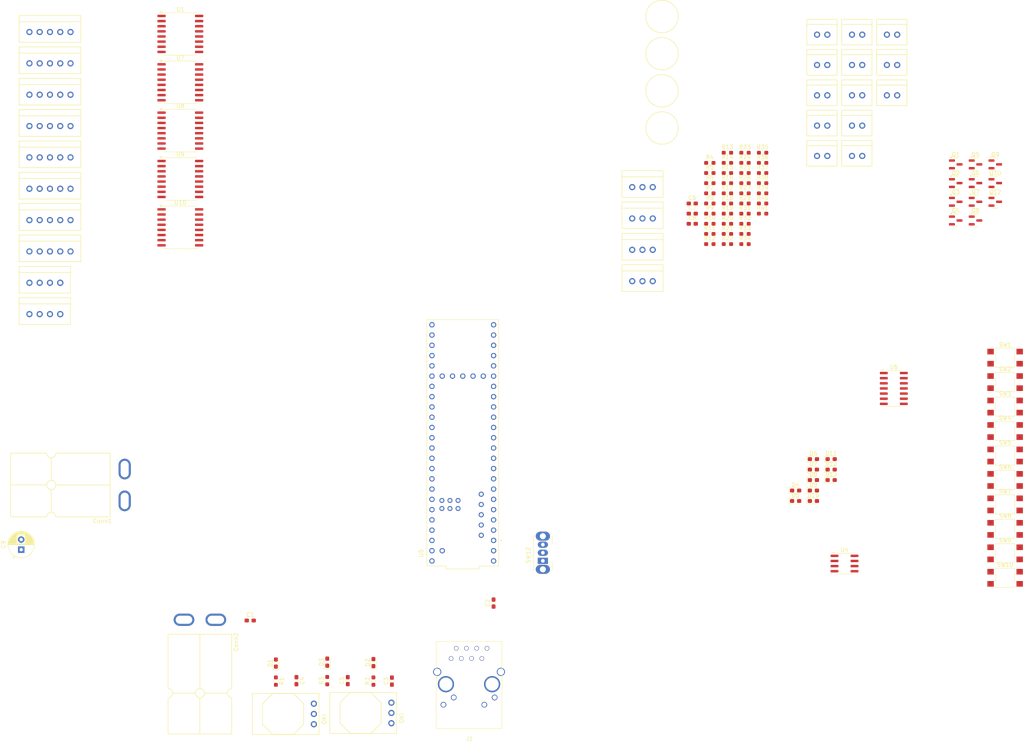
<source format=kicad_pcb>
(kicad_pcb (version 20240108) (generator "pcbnew") (generator_version "8.0")
  (layers (0 "F.Cu" signal) (31 "B.Cu" signal) (34 "B.Paste" user) (35 "F.Paste" user) (36 "B.SilkS" user "B.Silkscreen") (37 "F.SilkS" user "F.Silkscreen") (38 "B.Mask" user) (39 "F.Mask" user) (44 "Edge.Cuts" user))
  (net 0 "")
  (net 1 "+12V")
  (net 2 "GND")
  (net 3 "Net-(C2-Pad1)")
  (net 4 "+3V3")
  (net 5 "+5V")
  (net 6 "Net-(C8-Pad1)")
  (net 7 "Net-(Conn1B-V+Log)")
  (net 8 "EncoderA_1")
  (net 9 "EncoderB_1")
  (net 10 "LS_6")
  (net 11 "LS_2")
  (net 12 "LS_7")
  (net 13 "LS_3")
  (net 14 "LS_8")
  (net 15 "LS_1")
  (net 16 "LS_4")
  (net 17 "LS_9")
  (net 18 "LS_5")
  (net 19 "RVS_1")
  (net 20 "PWM_1")
  (net 21 "FWD_1")
  (net 22 "CS_1")
  (net 23 "LS_10")
  (net 24 "PWM_2")
  (net 25 "RVS_2")
  (net 26 "FWD_2")
  (net 27 "CS_2")
  (net 28 "RVS_3")
  (net 29 "PWM_3")
  (net 30 "FWD_3")
  (net 31 "CS_3")
  (net 32 "RVS_4")
  (net 33 "PWM_4")
  (net 34 "FWD_4")
  (net 35 "CS_4")
  (net 36 "CS_5")
  (net 37 "RVS_5")
  (net 38 "FWD_5")
  (net 39 "PWM_5")
  (net 40 "RVS_6")
  (net 41 "CS_6")
  (net 42 "PWM_6")
  (net 43 "FWD_6")
  (net 44 "FWD_7")
  (net 45 "RVS_7")
  (net 46 "CS_7")
  (net 47 "PWM_7")
  (net 48 "Net-(Q2-D)")
  (net 49 "ABS_1")
  (net 50 "EncoderA_2")
  (net 51 "EncoderB_2")
  (net 52 "ABS_2")
  (net 53 "ABS_3")
  (net 54 "ABS_4")
  (net 55 "Net-(U4-CANH)")
  (net 56 "Net-(U4-CANL)")
  (net 57 "PWM_8")
  (net 58 "CS_8")
  (net 59 "FWD_8")
  (net 60 "RVS_8")
  (net 61 "Net-(D1-A)")
  (net 62 "Net-(D2-A)")
  (net 63 "Net-(D3-A)")
  (net 64 "Net-(D4-K)")
  (net 65 "Net-(D4-A)")
  (net 66 "Net-(D5-K)")
  (net 67 "Net-(D6-A)")
  (net 68 "Net-(D7-K)")
  (net 69 "Net-(D7-A)")
  (net 70 "Net-(D8-K)")
  (net 71 "Net-(D8-A)")
  (net 72 "Net-(D9-K)")
  (net 73 "Net-(D9-A)")
  (net 74 "Net-(D10-K)")
  (net 75 "Net-(D10-A)")
  (net 76 "Net-(D11-A)")
  (net 77 "Net-(D11-K)")
  (net 78 "Net-(D12-A)")
  (net 79 "Net-(D12-K)")
  (net 80 "Net-(D13-K)")
  (net 81 "Net-(D13-A)")
  (net 82 "Rx-")
  (net 85 "Rx+")
  (net 86 "Tx+")
  (net 88 "Tx-")
  (net 89 "LED")
  (net 90 "LAS")
  (net 91 "Solenoid")
  (net 92 "Net-(Q3-D)")
  (net 93 "Net-(Q4-G)")
  (net 94 "B_1")
  (net 95 "B_2")
  (net 96 "B_3")
  (net 97 "B_4")
  (net 98 "B_5")
  (net 99 "B_6")
  (net 100 "B_7")
  (net 101 "B_8")
  (net 102 "B_LAS")
  (net 103 "B_SOL")
  (net 104 "SCL")
  (net 105 "SDA")
  (net 106 "DIR_SW")
  (net 108 "CANTX")
  (net 109 "CANRX")
  (net 118 "BENC_3")
  (net 120 "BENC_1")
  (net 121 "BENC_0")
  (net 125 "BENC_2")
  (net 128 "Net-(U8-GS)")
  (net 129 "Net-(U8-S1)")
  (net 131 "Net-(U8-S2)")
  (net 132 "Net-(U8-S0)")
  (net 133 "Net-(U7-S0)")
  (net 134 "Net-(U7-GS)")
  (net 135 "Net-(U7-S2)")
  (net 136 "Net-(U7-S1)")
  (footprint "Capacitor_SMD:C_0603_1608Metric_Pad1.08x0.95mm_HandSolder" (layer "F.Cu") (at 183.2525 69.282)
    (property "Reference" "C7" (at 0 -1.43 0) (layer "F.SilkS"))
    (property "Value" "100nF")
    (pad "1" smd roundrect (at -0.8625 0) (size 1.075 0.95) (layers "F.Cu" "F.Paste" "F.Mask") (net 4 "+3V3"))
    (pad "2" smd roundrect (at 0.8625 0) (size 1.075 0.95) (layers "F.Cu" "F.Paste" "F.Mask") (net 2 "GND"))
  )
  (footprint "Package_SO:SOIC-8_3.9x4.9mm_P1.27mm" (layer "F.Cu") (at 220.915 155.829)
    (property "Reference" "U4" (at 0 -3.4 0) (layer "F.SilkS"))
    (property "Value" "ATA6561")
    (pad "1" smd roundrect (at -2.475 -1.905) (size 1.95 0.6) (layers "F.Cu" "F.Paste" "F.Mask") (net 108 "CANTX"))
    (pad "2" smd roundrect (at -2.475 -0.635) (size 1.95 0.6) (layers "F.Cu" "F.Paste" "F.Mask") (net 2 "GND"))
    (pad "3" smd roundrect (at -2.475 0.635) (size 1.95 0.6) (layers "F.Cu" "F.Paste" "F.Mask") (net 5 "+5V"))
    (pad "4" smd roundrect (at -2.475 1.905) (size 1.95 0.6) (layers "F.Cu" "F.Paste" "F.Mask") (net 109 "CANRX"))
    (pad "5" smd roundrect (at 2.475 1.905) (size 1.95 0.6) (layers "F.Cu" "F.Paste" "F.Mask") (net 4 "+3V3"))
    (pad "6" smd roundrect (at 2.475 0.635) (size 1.95 0.6) (layers "F.Cu" "F.Paste" "F.Mask") (net 56 "Net-(U4-CANL)"))
    (pad "7" smd roundrect (at 2.475 -0.635) (size 1.95 0.6) (layers "F.Cu" "F.Paste" "F.Mask") (net 55 "Net-(U4-CANH)"))
    (pad "8" smd roundrect (at 2.475 -1.905) (size 1.95 0.6) (layers "F.Cu" "F.Paste" "F.Mask") (net 2 "GND"))
  )
  (footprint "Resistor_SMD:R_0603_1608Metric_Pad0.98x0.95mm_HandSolder" (layer "F.Cu") (at 200.6525 56.732)
    (property "Reference" "R36" (at 0 -1.43 0) (layer "F.SilkS"))
    (property "Value" "220")
    (pad "1" smd roundrect (at -0.9125 0) (size 0.975 0.95) (layers "F.Cu" "F.Paste" "F.Mask") (net 4 "+3V3"))
    (pad "2" smd roundrect (at 0.9125 0) (size 0.975 0.95) (layers "F.Cu" "F.Paste" "F.Mask") (net 71 "Net-(D8-A)"))
  )
  (footprint "Button_Switch_SMD:SW_SPST_TL3305A" (layer "F.Cu") (at 260.648 129.102)
    (property "Reference" "SW5" (at 0 -3.2 0) (layer "F.SilkS"))
    (property "Value" "SW_Push")
    (pad "1" smd rect (at -3.6 -1.5) (size 1.6 1.4) (layers "F.Cu" "F.Paste" "F.Mask") (net 2 "GND"))
    (pad "1" smd rect (at 3.6 -1.5) (size 1.6 1.4) (layers "F.Cu" "F.Paste" "F.Mask") (net 2 "GND"))
    (pad "2" smd rect (at -3.6 1.5) (size 1.6 1.4) (layers "F.Cu" "F.Paste" "F.Mask") (net 98 "B_5"))
    (pad "2" smd rect (at 3.6 1.5) (size 1.6 1.4) (layers "F.Cu" "F.Paste" "F.Mask") (net 98 "B_5"))
  )
  (footprint "Capacitor_THT:CP_Radial_D6.3mm_P2.50mm" (layer "F.Cu") (at 17.272 152.4 90)
    (property "Reference" "C9" (at 1.25 -4.4 90) (layer "F.SilkS"))
    (property "Value" "100uF")
    (pad "1" thru_hole rect (at 0 0 90) (size 1.6 1.6) (drill 0.8) (layers "*.Cu" "*.Mask") (net 1 "+12V"))
    (pad "2" thru_hole circle (at 2.5 0 90) (size 1.6 1.6) (drill 0.8) (layers "*.Cu" "*.Mask") (net 2 "GND"))
  )
  (footprint "MRDT_Devices:OKI_Horizontal" (layer "F.Cu") (at 108.839 190.246 -90)
    (property "Reference" "U3" (hide yes))
    (property "Value" "OKI" (at 3.81 -2.54 90) (layer "F.SilkS"))
    (pad "1" thru_hole circle (at 0 0 270) (size 1.524 1.524) (drill 0.889) (layers "*.Cu" "*.Mask") (net 1 "+12V"))
    (pad "2" thru_hole circle (at 2.54 0 270) (size 1.524 1.524) (drill 0.889) (layers "*.Cu" "*.Mask") (net 2 "GND"))
    (pad "3" thru_hole circle (at 5.08 0 270) (size 1.524 1.524) (drill 0.889) (layers "*.Cu" "*.Mask") (net 4 "+3V3"))
  )
  (footprint "Resistor_SMD:R_0603_1608Metric_Pad0.98x0.95mm_HandSolder" (layer "F.Cu") (at 187.6025 71.792)
    (property "Reference" "R10" (at 0 -1.43 0) (layer "F.SilkS"))
    (property "Value" "4.7k")
    (pad "1" smd roundrect (at -0.9125 0) (size 0.975 0.95) (layers "F.Cu" "F.Paste" "F.Mask") (net 4 "+3V3"))
    (pad "2" smd roundrect (at 0.9125 0) (size 0.975 0.95) (layers "F.Cu" "F.Paste" "F.Mask") (net 100 "B_7"))
  )
  (footprint "Package_TO_SOT_SMD:SOT-23" (layer "F.Cu") (at 258.2065 66.347)
    (property "Reference" "Q12" (at 0 -2.4 0) (layer "F.SilkS"))
    (property "Value" "BSS138")
    (pad "1" smd roundrect (at -0.9375 -0.95) (size 1.475 0.6) (layers "F.Cu" "F.Paste" "F.Mask") (net 20 "PWM_1"))
    (pad "2" smd roundrect (at -0.9375 0.95) (size 1.475 0.6) (layers "F.Cu" "F.Paste" "F.Mask") (net 2 "GND"))
    (pad "3" smd roundrect (at 0.9375 0) (size 1.475 0.6) (layers "F.Cu" "F.Paste" "F.Mask") (net 64 "Net-(D4-K)"))
  )
  (footprint "MRDT_Connectors:MOLEX_SL_05_Vertical" (layer "F.Cu") (at 19.304 70.88)
    (property "Reference" "Conn20" (hide yes))
    (property "Value" "Molex_SL_05")
    (pad "1" thru_hole circle (at 0 0) (size 1.524 1.524) (drill 0.9) (layers "*.Cu" "*.Mask") (net 45 "RVS_7"))
    (pad "2" thru_hole circle (at 2.54 0) (size 1.524 1.524) (drill 0.9) (layers "*.Cu" "*.Mask") (net 47 "PWM_7"))
    (pad "3" thru_hole circle (at 5.08 0) (size 1.524 1.524) (drill 0.9) (layers "*.Cu" "*.Mask") (net 46 "CS_7"))
    (pad "4" thru_hole circle (at 7.62 0) (size 1.524 1.524) (drill 0.9) (layers "*.Cu" "*.Mask") (net 44 "FWD_7"))
    (pad "5" thru_hole circle (at 10.16 0) (size 1.524 1.524) (drill 0.9) (layers "*.Cu" "*.Mask") (net 4 "+3V3"))
  )
  (footprint "MRDT_Connectors:Square_Anderson_2_H_Side_By_Side" (layer "F.Cu") (at 43.2358 131.911)
    (property "Reference" "Conn1" (at -5.9 13.4 360) (layer "F.SilkS"))
    (property "Value" "AndersonPP")
    (pad "1" thru_hole oval (at -0.3746 0.55) (size 3 5.1) (drill oval 2 4.1) (layers "*.Cu" "*.Mask" "F.Paste") (net 2 "GND"))
    (pad "2" thru_hole oval (at -0.3746 8.424) (size 3 5.1) (drill oval 2 4.1) (layers "*.Cu" "*.Mask" "F.Paste") (net 7 "Net-(Conn1B-V+Log)"))
  )
  (footprint "MRDT_Connectors:MOLEX_SL_02_Vertical" (layer "F.Cu") (at 231.408 40.012)
    (property "Reference" "Conn28" (hide yes))
    (property "Value" "Molex_SL_02")
    (pad "1" thru_hole circle (at 0 0) (size 1.524 1.524) (drill 0.9) (layers "*.Cu" "*.Mask") (net 55 "Net-(U4-CANH)"))
    (pad "2" thru_hole circle (at 2.54 0) (size 1.524 1.524) (drill 0.9) (layers "*.Cu" "*.Mask") (net 56 "Net-(U4-CANL)"))
  )
  (footprint "Package_TO_SOT_SMD:SOT-23" (layer "F.Cu") (at 258.2065 57.097)
    (property "Reference" "Q9" (at 0 -2.4 0) (layer "F.SilkS"))
    (property "Value" "BSS138")
    (pad "1" smd roundrect (at -0.9375 -0.95) (size 1.475 0.6) (layers "F.Cu" "F.Paste" "F.Mask") (net 47 "PWM_7"))
    (pad "2" smd roundrect (at -0.9375 0.95) (size 1.475 0.6) (layers "F.Cu" "F.Paste" "F.Mask") (net 2 "GND"))
    (pad "3" smd roundrect (at 0.9375 0) (size 1.475 0.6) (layers "F.Cu" "F.Paste" "F.Mask") (net 79 "Net-(D12-K)"))
  )
  (footprint "MRDT_Shields:Teensy_4_1" (layer "F.Cu") (at 126.492 125.984 90)
    (property "Reference" "U5" (at -27.305 -10.295 90) (layer "F.SilkS"))
    (property "Value" "Teensy4.1_DEV-16771")
    (pad "0" thru_hole circle (at -26.67 7.62 90) (size 1.308 1.308) (drill 0.8) (layers "*.Cu" "*.Mask") (net 109 "CANRX"))
    (pad "1" thru_hole circle (at -24.13 7.62 90) (size 1.308 1.308) (drill 0.8) (layers "*.Cu" "*.Mask") (net 108 "CANTX"))
    (pad "2" thru_hole circle (at -21.59 7.62 90) (size 1.308 1.308) (drill 0.8) (layers "*.Cu" "*.Mask") (net 20 "PWM_1"))
    (pad "3" thru_hole circle (at -19.05 7.62 90) (size 1.308 1.308) (drill 0.8) (layers "*.Cu" "*.Mask") (net 24 "PWM_2"))
    (pad "3.3V_1" thru_hole circle (at 6.35 7.62 90) (size 1.308 1.308) (drill 0.8) (layers "*.Cu" "*.Mask"))
    (pad "3.3V_2" thru_hole circle (at -24.13 -7.62 90) (size 1.308 1.308) (drill 0.8) (layers "*.Cu" "*.Mask"))
    (pad "3.3V_3" thru_hole circle (at 16.51 2.54 90) (size 1.308 1.308) (drill 0.8) (layers "*.Cu" "*.Mask"))
    (pad "4" thru_hole circle (at -16.51 7.62 90) (size 1.308 1.308) (drill 0.8) (layers "*.Cu" "*.Mask") (net 29 "PWM_3"))
    (pad "5" thru_hole circle (at -13.97 7.62 90) (size 1.308 1.308) (drill 0.8) (layers "*.Cu" "*.Mask") (net 33 "PWM_4"))
    (pad "5V" thru_hole circle (at -22.86 4.57 90) (size 1.258 1.258) (drill 0.75) (layers "*.Cu" "*.Mask"))
    (pad "6" thru_hole circle (at -11.43 7.62 90) (size 1.308 1.308) (drill 0.8) (layers "*.Cu" "*.Mask") (net 39 "PWM_5"))
    (pad "7" thru_hole circle (at -8.89 7.62 90) (size 1.308 1.308) (drill 0.8) (layers "*.Cu" "*.Mask") (net 42 "PWM_6"))
    (pad "8" thru_hole circle (at -6.35 7.62 90) (size 1.308 1.308) (drill 0.8) (layers "*.Cu" "*.Mask") (net 47 "PWM_7"))
    (pad "9" thru_hole circle (at -3.81 7.62 90) (size 1.308 1.308) (drill 0.8) (layers "*.Cu" "*.Mask"))
    (pad "10" thru_hole circle (at -1.27 7.62 90) (size 1.308 1.308) (drill 0.8) (layers "*.Cu" "*.Mask") (net 91 "Solenoid"))
    (pad "11" thru_hole circle (at 1.27 7.62 90) (size 1.308 1.308) (drill 0.8) (layers "*.Cu" "*.Mask") (net 59 "FWD_8"))
    (pad "12" thru_hole circle (at 3.81 7.62 90) (size 1.308 1.308) (drill 0.8) (layers "*.Cu" "*.Mask") (net 60 "RVS_8"))
    (pad "13" thru_hole circle (at 3.81 -7.62 90) (size 1.308 1.308) (drill 0.8) (layers "*.Cu" "*.Mask") (net 90 "LAS"))
    (pad "14" thru_hole circle (at 1.27 -7.62 90) (size 1.308 1.308) (drill 0.8) (layers "*.Cu" "*.Mask") (net 22 "CS_1"))
    (pad "15" thru_hole circle (at -1.27 -7.62 90) (size 1.308 1.308) (drill 0.8) (layers "*.Cu" "*.Mask") (net 27 "CS_2"))
    (pad "16" thru_hole circle (at -3.81 -7.62 90) (size 1.308 1.308) (drill 0.8) (layers "*.Cu" "*.Mask") (net 31 "CS_3"))
    (pad "17" thru_hole circle (at -6.35 -7.62 90) (size 1.308 1.308) (drill 0.8) (layers "*.Cu" "*.Mask") (net 35 "CS_4"))
    (pad "18" thru_hole circle (at -8.89 -7.62 90) (size 1.308 1.308) (drill 0.8) (layers "*.Cu" "*.Mask") (net 105 "SDA"))
    (pad "19" thru_hole circle (at -11.43 -7.62 90) (size 1.308 1.308) (drill 0.8) (layers "*.Cu" "*.Mask") (net 104 "SCL"))
    (pad "20" thru_hole circle (at -13.97 -7.62 90) (size 1.308 1.308) (drill 0.8) (layers "*.Cu" "*.Mask") (net 41 "CS_6"))
    (pad "21" thru_hole circle (at -16.51 -7.62 90) (size 1.308 1.308) (drill 0.8) (layers "*.Cu" "*.Mask") (net 46 "CS_7"))
    (pad "22" thru_hole circle (at -19.05 -7.62 90) (size 1.308 1.308) (drill 0.8) (layers "*.Cu" "*.Mask") (net 58 "CS_8"))
    (pad "23" thru_hole circle (at -21.59 -7.62 90) (size 1.308 1.308) (drill 0.8) (layers "*.Cu" "*.Mask") (net 36 "CS_5"))
    (pad "24" thru_hole circle (at 8.89 7.62 90) (size 1.308 1.308) (drill 0.8) (layers "*.Cu" "*.Mask") (net 54 "ABS_4"))
    (pad "25" thru_hole circle (at 11.43 7.62 90) (size 1.308 1.308) (drill 0.8) (layers "*.Cu" "*.Mask") (net 53 "ABS_3"))
    (pad "26" thru_hole circle (at 13.97 7.62 90) (size 1.308 1.308) (drill 0.8) (layers "*.Cu" "*.Mask") (net 52 "ABS_2"))
    (pad "27" thru_hole circle (at 16.51 7.62 90) (size 1.308 1.308) (drill 0.8) (layers "*.Cu" "*.Mask") (net 49 "ABS_1"))
    (pad "28" thru_hole circle (at 19.05 7.62 90) (size 1.308 1.308) (drill 0.8) (layers "*.Cu" "*.Mask") (net 121 "BENC_0"))
    (pad "29" thru_hole circle (at 21.59 7.62 90) (size 1.308 1.308) (drill 0.8) (layers "*.Cu" "*.Mask") (net 120 "BENC_1"))
    (pad "30" thru_hole circle (at 24.13 7.62 90) (size 1.308 1.308) (drill 0.8) (layers "*.Cu" "*.Mask"))
    (pad "31" thru_hole circle (at 26.67 7.62 90) (size 1.308 1.308) (drill 0.8) (layers "*.Cu" "*.Mask"))
    (pad "32" thru_hole circle (at 29.21 7.62 90) (size 1.308 1.308) (drill 0.8) (layers "*.Cu" "*.Mask"))
    (pad "33" thru_hole circle (at 29.21 -7.62 90) (size 1.308 1.308) (drill 0.8) (layers "*.Cu" "*.Mask") (net 106 "DIR_SW"))
    (pad "34" thru_hole circle (at 26.67 -7.62 90) (size 1.308 1.308) (drill 0.8) (layers "*.Cu" "*.Mask") (net 125 "BENC_2"))
    (pad "35" thru_hole circle (at 24.13 -7.62 90) (size 1.308 1.308) (drill 0.8) (layers "*.Cu" "*.Mask") (net 118 "BENC_3"))
    (pad "36" thru_hole circle (at 21.59 -7.62 90) (size 1.308 1.308) (drill 0.8) (layers "*.Cu" "*.Mask") (net 57 "PWM_8"))
    (pad "37" thru_hole circle (at 19.05 -7.62 90) (size 1.308 1.308) (drill 0.8) (layers "*.Cu" "*.Mask"))
    (pad "38" thru_hole circle (at 16.51 -7.62 90) (size 1.308 1.308) (drill 0.8) (layers "*.Cu" "*.Mask") (net 51 "EncoderB_2"))
    (pad "39" thru_hole circle (at 13.97 -7.62 90) (size 1.308 1.308) (drill 0.8) (layers "*.Cu" "*.Mask") (net 50 "EncoderA_2"))
    (pad "40" thru_hole circle (at 11.43 -7.62 90) (size 1.308 1.308) (drill 0.8) (layers "*.Cu" "*.Mask") (net 9 "EncoderB_1"))
    (pad "41" thru_hole circle (at 8.89 -7.62 90) (size 1.308 1.308) (drill 0.8) (layers "*.Cu" "*.Mask") (net 8 "EncoderA_1"))
    (pad "D+" thru_hole circle (at -17.78 4.57 90) (size 1.258 1.258) (drill 0.75) (layers "*.Cu" "*.Mask"))
    (pad "D-" thru_hole circle (at -20.32 4.57 90) (size 1.258 1.258) (drill 0.75) (layers "*.Cu" "*.Mask"))
    (pad "GND1" thru_hole circle (at -29.21 7.62 90) (size 1.308 1.308) (drill 0.8) (layers "*.Cu" "*.Mask") (net 2 "GND"))
    (pad "GND2" thru_hole circle (at 6.35 -7.62 90) (size 1.308 1.308) (drill 0.8) (layers "*.Cu" "*.Mask") (net 2 "GND"))
    (pad "GND3" thru_hole circle (at -26.67 -7.62 90) (size 1.308 1.308) (drill 0.8) (layers "*.Cu" "*.Mask") (net 2 "GND"))
    (pad "GND4" thru_hole circle (at 16.51 0 90) (size 1.308 1.308) (drill 0.8) (layers "*.Cu" "*.Mask") (net 2 "GND"))
    (pad "GND5" thru_hole circle (at -14.24 -3.17 90) (size 1.208 1.208) (drill 0.7) (layers "*.Cu" "*.Mask") (net 2 "GND"))
    (pad "LED" thru_hole circle (at -16.24 -3.17 90) (size 1.208 1.208) (drill 0.7) (layers "*.Cu" "*.Mask") (net 89 "LED"))
    (pad "ON/OFF" thru_hole circle (at 16.51 -5.08 90) (size 1.308 1.308) (drill 0.8) (layers "*.Cu" "*.Mask"))
    (pad "PROGRAM" thru_hole circle (at 16.51 -2.54 90) (size 1.308 1.308) (drill 0.8) (layers "*.Cu" "*.Mask"))
    (pad "R+" thru_hole circle (at -16.24 -5.17 90) (size 1.208 1.208) (drill 0.7) (layers "*.Cu" "*.Mask") (net 82 "Rx-"))
    (pad "R-" thru_hole circle (at -14.24 -5.17 90) (size 1.208 1.208) (drill 0.7) (layers "*.Cu" "*.Mask") (net 85 "Rx+"))
    (pad "T+" thru_hole circle (at -14.24 -1.17 90) (size 1.208 1.208) (drill 0.7) (layers "*.Cu" "*.Mask") (net 86 "Tx+"))
    (pad "T-" thru_hole circle (at -16.24 -1.17 90) (size 1.208 1.208) (drill 0.7) (layers "*.Cu" "*.Mask") (net 88 "Tx-"))
    (pad "USB_GND1" thru_hole circle (at -15.24 4.57 90) (size 1.258 1.258) (drill 0.75) (layers "*.Cu" "*.Mask") (net 2 "GND"))
    (pad "USB_GND2" thru_hole circle (at -12.7 4.57 90) (size 1.258 1.258) (drill 0.75) (layers "*.Cu" "*.Mask") (net 2 "GND"))
    (pad "VBAT" thru_hole circle (at 16.51 5.08 90) (size 1.308 1.308) (drill 0.8) (layers "*.Cu" "*.Mask"))
    (pad "VIN" thru_hole circle (at -29.21 -7.62 90) (size 1.308 1.308) (drill 0.8) (layers "*.Cu" "*.Mask") (net 5 "+5V"))
    (pad "VUSB" thru_hole circle (at -26.67 -5.08 90) (size 1.308 1.308) (drill 0.8) (layers "*.Cu" "*.Mask"))
  )
  (footprint "Resistor_SMD:R_0603_1608Metric_Pad0.98x0.95mm_HandSolder" (layer "F.Cu") (at 191.9525 76.812)
    (property "Reference" "R22" (at 0 -1.43 0) (layer "F.SilkS"))
    (property "Value" "4.7k")
    (pad "1" smd roundrect (at -0.9125 0) (size 0.975 0.95) (layers "F.Cu" "F.Paste" "F.Mask") (net 16 "LS_4"))
    (pad "2" smd roundrect (at 0.9125 0) (size 0.975 0.95) (layers "F.Cu" "F.Paste" "F.Mask") (net 2 "GND"))
  )
  (footprint "MRDT_Drill_Holes:4_40_Hole" (layer "F.Cu") (at 175.768 48.091132)
    (property "Reference" "V4" (hide yes))
    (property "Value" "Via" (hide yes))
    (pad "" np_thru_hole circle (at 0 0) (size 2.9464 2.9464) (drill 2.9464) (layers "*.Cu" "*.Mask") (clearance 2.5))
  )
  (footprint "Resistor_SMD:R_0603_1608Metric_Pad0.98x0.95mm_HandSolder" (layer "F.Cu") (at 191.9525 71.792)
    (property "Reference" "R20" (at 0 -1.43 0) (layer "F.SilkS"))
    (property "Value" "4.7k")
    (pad "1" smd roundrect (at -0.9125 0) (size 0.975 0.95) (layers "F.Cu" "F.Paste" "F.Mask") (net 10 "LS_6"))
    (pad "2" smd roundrect (at 0.9125 0) (size 0.975 0.95) (layers "F.Cu" "F.Paste" "F.Mask") (net 2 "GND"))
  )
  (footprint "Capacitor_SMD:C_0603_1608Metric_Pad1.08x0.95mm_HandSolder" (layer "F.Cu") (at 98.044 184.799 90)
    (property "Reference" "C5" (at 0 -1.43 90) (layer "F.SilkS"))
    (property "Value" "10uF")
    (pad "1" smd roundrect (at -0.8625 0 90) (size 1.075 0.95) (layers "F.Cu" "F.Paste" "F.Mask") (net 5 "+5V"))
    (pad "2" smd roundrect (at 0.8625 0 90) (size 1.075 0.95) (layers "F.Cu" "F.Paste" "F.Mask") (net 2 "GND"))
  )
  (footprint "Package_TO_SOT_SMD:SOT-23" (layer "F.Cu") (at 248.4265 70.972)
    (property "Reference" "Q4" (at 0 -2.4 0) (layer "F.SilkS"))
    (property "Value" "AO3401A")
    (pad "1" smd roundrect (at -0.9375 -0.95) (size 1.475 0.6) (layers "F.Cu" "F.Paste" "F.Mask") (net 93 "Net-(Q4-G)"))
    (pad "2" smd roundrect (at -0.9375 0.95) (size 1.475 0.6) (layers "F.Cu" "F.Paste" "F.Mask") (net 1 "+12V"))
    (pad "3" smd roundrect (at 0.9375 0) (size 1.475 0.6) (layers "F.Cu" "F.Paste" "F.Mask") (net 7 "Net-(Conn1B-V+Log)"))
  )
  (footprint "Resistor_SMD:R_0603_1608Metric_Pad0.98x0.95mm_HandSolder" (layer "F.Cu") (at 200.6525 69.282)
    (property "Reference" "R41" (at 0 -1.43 0) (layer "F.SilkS"))
    (property "Value" "220")
    (pad "1" smd roundrect (at -0.9125 0) (size 0.975 0.95) (layers "F.Cu" "F.Paste" "F.Mask") (net 4 "+3V3"))
    (pad "2" smd roundrect (at 0.9125 0) (size 0.975 0.95) (layers "F.Cu" "F.Paste" "F.Mask") (net 81 "Net-(D13-A)"))
  )
  (footprint "LED_SMD:LED_0603_1608Metric_Pad1.05x0.95mm_HandSolder" (layer "F.Cu") (at 213.219 132.588)
    (property "Reference" "D7" (at 0 -1.43 0) (layer "F.SilkS"))
    (property "Value" "Blue")
    (pad "1" smd roundrect (at -0.875 0) (size 1.05 0.95) (layers "F.Cu" "F.Paste" "F.Mask") (net 68 "Net-(D7-K)"))
    (pad "2" smd roundrect (at 0.875 0) (size 1.05 0.95) (layers "F.Cu" "F.Paste" "F.Mask") (net 69 "Net-(D7-A)"))
  )
  (footprint "MRDT_Connectors:MOLEX_SL_05_Vertical" (layer "F.Cu") (at 19.304 32.11)
    (property "Reference" "Conn15" (hide yes))
    (property "Value" "Molex_SL_05")
    (pad "1" thru_hole circle (at 0 0) (size 1.524 1.524) (drill 0.9) (layers "*.Cu" "*.Mask") (net 25 "RVS_2"))
    (pad "2" thru_hole circle (at 2.54 0) (size 1.524 1.524) (drill 0.9) (layers "*.Cu" "*.Mask") (net 24 "PWM_2"))
    (pad "3" thru_hole circle (at 5.08 0) (size 1.524 1.524) (drill 0.9) (layers "*.Cu" "*.Mask") (net 27 "CS_2"))
    (pad "4" thru_hole circle (at 7.62 0) (size 1.524 1.524) (drill 0.9) (layers "*.Cu" "*.Mask") (net 26 "FWD_2"))
    (pad "5" thru_hole circle (at 10.16 0) (size 1.524 1.524) (drill 0.9) (layers "*.Cu" "*.Mask") (net 4 "+3V3"))
  )
  (footprint "Resistor_SMD:R_0603_1608Metric_Pad0.98x0.95mm_HandSolder" (layer "F.Cu") (at 200.6525 54.222)
    (property "Reference" "R35" (at 0 -1.43 0) (layer "F.SilkS"))
    (property "Value" "220")
    (pad "1" smd roundrect (at -0.9125 0) (size 0.975 0.95) (layers "F.Cu" "F.Paste" "F.Mask") (net 4 "+3V3"))
    (pad "2" smd roundrect (at 0.9125 0) (size 0.975 0.95) (layers "F.Cu" "F.Paste" "F.Mask") (net 69 "Net-(D7-A)"))
  )
  (footprint "LED_SMD:LED_0603_1608Metric_Pad1.05x0.95mm_HandSolder" (layer "F.Cu") (at 217.614 132.588)
    (property "Reference" "D12" (at 0 -1.43 0) (layer "F.SilkS"))
    (property "Value" "Blue")
    (pad "1" smd roundrect (at -0.875 0) (size 1.05 0.95) (layers "F.Cu" "F.Paste" "F.Mask") (net 79 "Net-(D12-K)"))
    (pad "2" smd roundrect (at 0.875 0) (size 1.05 0.95) (layers "F.Cu" "F.Paste" "F.Mask") (net 78 "Net-(D12-A)"))
  )
  (footprint "MRDT_Connectors:MOLEX_SL_02_Vertical" (layer "F.Cu") (at 214.122 47.512)
    (property "Reference" "Conn7" (hide yes))
    (property "Value" "Molex_SL_02")
    (pad "1" thru_hole circle (at 0 0) (size 1.524 1.524) (drill 0.9) (layers "*.Cu" "*.Mask") (net 4 "+3V3"))
    (pad "2" thru_hole circle (at 2.54 0) (size 1.524 1.524) (drill 0.9) (layers "*.Cu" "*.Mask") (net 13 "LS_3"))
  )
  (footprint "Package_TO_SOT_SMD:SOT-23" (layer "F.Cu") (at 248.4265 61.722)
    (property "Reference" "Q2" (at 0 -2.4 0) (layer "F.SilkS"))
    (property "Value" "BSS138")
    (pad "1" smd roundrect (at -0.9375 -0.95) (size 1.475 0.6) (layers "F.Cu" "F.Paste" "F.Mask") (net 90 "LAS"))
    (pad "2" smd roundrect (at -0.9375 0.95) (size 1.475 0.6) (layers "F.Cu" "F.Paste" "F.Mask") (net 2 "GND"))
    (pad "3" smd roundrect (at 0.9375 0) (size 1.475 0.6) (layers "F.Cu" "F.Paste" "F.Mask") (net 48 "Net-(Q2-D)"))
  )
  (footprint "LED_SMD:LED_0603_1608Metric_Pad1.05x0.95mm_HandSolder" (layer "F.Cu") (at 208.824 140.358)
    (property "Reference" "D5" (at 0 -1.43 0) (layer "F.SilkS"))
    (property "Value" "Orange")
    (pad "1" smd roundrect (at -0.875 0) (size 1.05 0.95) (layers "F.Cu" "F.Paste" "F.Mask") (net 66 "Net-(D5-K)"))
    (pad "2" smd roundrect (at 0.875 0) (size 1.05 0.95) (layers "F.Cu" "F.Paste" "F.Mask") (net 5 "+5V"))
  )
  (footprint "Button_Switch_SMD:SW_SPST_TL3305A" (layer "F.Cu") (at 260.648 123.052)
    (property "Reference" "SW4" (at 0 -3.2 0) (layer "F.SilkS"))
    (property "Value" "SW_Push")
    (pad "1" smd rect (at -3.6 -1.5) (size 1.6 1.4) (layers "F.Cu" "F.Paste" "F.Mask") (net 2 "GND"))
    (pad "1" smd rect (at 3.6 -1.5) (size 1.6 1.4) (layers "F.Cu" "F.Paste" "F.Mask") (net 2 "GND"))
    (pad "2" smd rect (at -3.6 1.5) (size 1.6 1.4) (layers "F.Cu" "F.Paste" "F.Mask") (net 97 "B_4"))
    (pad "2" smd rect (at 3.6 1.5) (size 1.6 1.4) (layers "F.Cu" "F.Paste" "F.Mask") (net 97 "B_4"))
  )
  (footprint "Resistor_SMD:R_0603_1608Metric_Pad0.98x0.95mm_HandSolder" (layer "F.Cu") (at 196.3025 69.282)
    (property "Reference" "R31" (at 0 -1.43 0) (layer "F.SilkS"))
    (property "Value" "10k")
    (pad "1" smd roundrect (at -0.9125 0) (size 0.975 0.95) (layers "F.Cu" "F.Paste" "F.Mask") (net 1 "+12V"))
    (pad "2" smd roundrect (at 0.9125 0) (size 0.975 0.95) (layers "F.Cu" "F.Paste" "F.Mask") (net 93 "Net-(Q4-G)"))
  )
  (footprint "LED_SMD:LED_0603_1608Metric_Pad1.05x0.95mm_HandSolder" (layer "F.Cu") (at 213.219 135.178)
    (property "Reference" "D8" (at 0 -1.43 0) (layer "F.SilkS"))
    (property "Value" "Blue")
    (pad "1" smd roundrect (at -0.875 0) (size 1.05 0.95) (layers "F.Cu" "F.Paste" "F.Mask") (net 70 "Net-(D8-K)"))
    (pad "2" smd roundrect (at 0.875 0) (size 1.05 0.95) (layers "F.Cu" "F.Paste" "F.Mask") (net 71 "Net-(D8-A)"))
  )
  (footprint "LED_SMD:LED_0603_1608Metric_Pad1.05x0.95mm_HandSolder" (layer "F.Cu") (at 92.964 180.227 90)
    (property "Reference" "D3" (at 0 -1.43 90) (layer "F.SilkS"))
    (property "Value" "Green")
    (pad "1" smd roundrect (at -0.875 0 90) (size 1.05 0.95) (layers "F.Cu" "F.Paste" "F.Mask") (net 2 "GND"))
    (pad "2" smd roundrect (at 0.875 0 90) (size 1.05 0.95) (layers "F.Cu" "F.Paste" "F.Mask") (net 63 "Net-(D3-A)"))
  )
  (footprint "MRDT_Drill_Holes:4_40_Hole" (layer "F.Cu") (at 175.768 38.904566)
    (property "Reference" "V3" (hide yes))
    (property "Value" "Via" (hide yes))
    (pad "" np_thru_hole circle (at 0 0) (size 2.9464 2.9464) (drill 2.9464) (layers "*.Cu" "*.Mask") (clearance 2.5))
  )
  (footprint "Capacitor_SMD:C_0603_1608Metric_Pad1.08x0.95mm_HandSolder" (layer "F.Cu") (at 108.966 184.912 90)
    (property "Reference" "C3" (at 0 -1.43 90) (layer "F.SilkS"))
    (property "Value" "10uF")
    (pad "1" smd roundrect (at -0.8625 0 90) (size 1.075 0.95) (layers "F.Cu" "F.Paste" "F.Mask") (net 4 "+3V3"))
    (pad "2" smd roundrect (at 0.8625 0 90) (size 1.075 0.95) (layers "F.Cu" "F.Paste" "F.Mask") (net 2 "GND"))
  )
  (footprint "Resistor_SMD:R_0603_1608Metric_Pad0.98x0.95mm_HandSolder" (layer "F.Cu") (at 200.6525 59.242)
    (property "Reference" "R37" (at 0 -1.43 0) (layer "F.SilkS"))
    (property "Value" "220")
    (pad "1" smd roundrect (at -0.9125 0) (size 0.975 0.95) (layers "F.Cu" "F.Paste" "F.Mask") (net 4 "+3V3"))
    (pad "2" smd roundrect (at 0.9125 0) (size 0.975 0.95) (layers "F.Cu" "F.Paste" "F.Mask") (net 73 "Net-(D9-A)"))
  )
  (footprint "Package_SO:SOIC-16W_7.5x10.3mm_P1.27mm" (layer "F.Cu") (at 56.632 24.83)
    (property "Reference" "U1" (at 0 -6.1 0) (layer "F.SilkS"))
    (property "Value" "PCF8574")
    (pad "1" smd roundrect (at -4.65 -4.445) (size 2.05 0.6) (layers "F.Cu" "F.Paste" "F.Mask") (net 2 "GND"))
    (pad "2" smd roundrect (at -4.65 -3.175) (size 2.05 0.6) (layers "F.Cu" "F.Paste" "F.Mask") (net 2 "GND"))
    (pad "3" smd roundrect (at -4.65 -1.905) (size 2.05 0.6) (layers "F.Cu" "F.Paste" "F.Mask") (net 2 "GND"))
    (pad "4" smd roundrect (at -4.65 -0.635) (size 2.05 0.6) (layers "F.Cu" "F.Paste" "F.Mask") (net 15 "LS_1"))
    (pad "5" smd roundrect (at -4.65 0.635) (size 2.05 0.6) (layers "F.Cu" "F.Paste" "F.Mask") (net 11 "LS_2"))
    (pad "6" smd roundrect (at -4.65 1.905) (size 2.05 0.6) (layers "F.Cu" "F.Paste" "F.Mask") (net 13 "LS_3"))
    (pad "7" smd roundrect (at -4.65 3.175) (size 2.05 0.6) (layers "F.Cu" "F.Paste" "F.Mask") (net 16 "LS_4"))
    (pad "8" smd roundrect (at -4.65 4.445) (size 2.05 0.6) (layers "F.Cu" "F.Paste" "F.Mask") (net 2 "GND"))
    (pad "9" smd roundrect (at 4.65 4.445) (size 2.05 0.6) (layers "F.Cu" "F.Paste" "F.Mask") (net 18 "LS_5"))
    (pad "10" smd roundrect (at 4.65 3.175) (size 2.05 0.6) (layers "F.Cu" "F.Paste" "F.Mask") (net 10 "LS_6"))
    (pad "11" smd roundrect (at 4.65 1.905) (size 2.05 0.6) (layers "F.Cu" "F.Paste" "F.Mask") (net 12 "LS_7"))
    (pad "12" smd roundrect (at 4.65 0.635) (size 2.05 0.6) (layers "F.Cu" "F.Paste" "F.Mask") (net 14 "LS_8"))
    (pad "13" smd roundrect (at 4.65 -0.635) (size 2.05 0.6) (layers "F.Cu" "F.Paste" "F.Mask"))
    (pad "14" smd roundrect (at 4.65 -1.905) (size 2.05 0.6) (layers "F.Cu" "F.Paste" "F.Mask") (net 104 "SCL"))
    (pad "15" smd roundrect (at 4.65 -3.175) (size 2.05 0.6) (layers "F.Cu" "F.Paste" "F.Mask") (net 105 "SDA"))
    (pad "16" smd roundrect (at 4.65 -4.445) (size 2.05 0.6) (layers "F.Cu" "F.Paste" "F.Mask") (net 4 "+3V3"))
  )
  (footprint "Resistor_SMD:R_0603_1608Metric_Pad0.98x0.95mm_HandSolder" (layer "F.Cu") (at 104.394 184.912 90)
    (property "Reference" "R2" (at 0 -1.43 90) (layer "F.SilkS"))
    (property "Value" "100")
    (pad "1" smd roundrect (at -0.9125 0 90) (size 0.975 0.95) (layers "F.Cu" "F.Paste" "F.Mask") (net 4 "+3V3"))
    (pad "2" smd roundrect (at 0.9125 0 90) (size 0.975 0.95) (layers "F.Cu" "F.Paste" "F.Mask") (net 62 "Net-(D2-A)"))
  )
  (footprint "Capacitor_SMD:C_0603_1608Metric_Pad1.08x0.95mm_HandSolder" (layer "F.Cu") (at 183.2525 66.772)
    (property "Reference" "C6" (at 0 -1.43 0) (layer "F.SilkS"))
    (property "Value" "100nF")
    (pad "1" smd roundrect (at -0.8625 0) (size 1.075 0.95) (layers "F.Cu" "F.Paste" "F.Mask") (net 5 "+5V"))
    (pad "2" smd roundrect (at 0.8625 0) (size 1.075 0.95) (layers "F.Cu" "F.Paste" "F.Mask") (net 2 "GND"))
  )
  (footprint "Resistor_SMD:R_0603_1608Metric_Pad0.98x0.95mm_HandSolder" (layer "F.Cu") (at 191.9525 69.282)
    (property "Reference" "R19" (at 0 -1.43 0) (layer "F.SilkS"))
    (property "Value" "4.7k")
    (pad "1" smd roundrect (at -0.9125 0) (size 0.975 0.95) (layers "F.Cu" "F.Paste" "F.Mask") (net 12 "LS_7"))
    (pad "2" smd roundrect (at 0.9125 0) (size 0.975 0.95) (layers "F.Cu" "F.Paste" "F.Mask") (net 2 "GND"))
  )
  (footprint "Package_TO_SOT_SMD:SOT-23" (layer "F.Cu") (at 253.3165 61.722)
    (property "Reference" "Q6" (at 0 -2.4 0) (layer "F.SilkS"))
    (property "Value" "BSS138")
    (pad "1" smd roundrect (at -0.9375 -0.95) (size 1.475 0.6) (layers "F.Cu" "F.Paste" "F.Mask") (net 33 "PWM_4"))
    (pad "2" smd roundrect (at -0.9375 0.95) (size 1.475 0.6) (layers "F.Cu" "F.Paste" "F.Mask") (net 2 "GND"))
    (pad "3" smd roundrect (at 0.9375 0) (size 1.475 0.6) (layers "F.Cu" "F.Paste" "F.Mask") (net 72 "Net-(D9-K)"))
  )
  (footprint "Package_TO_SOT_SMD:SOT-23" (layer "F.Cu") (at 253.3165 66.347)
    (property "Reference" "Q7" (at 0 -2.4 0) (layer "F.SilkS"))
    (property "Value" "BSS138")
    (pad "1" smd roundrect (at -0.9375 -0.95) (size 1.475 0.6) (layers "F.Cu" "F.Paste" "F.Mask") (net 39 "PWM_5"))
    (pad "2" smd roundrect (at -0.9375 0.95) (size 1.475 0.6) (layers "F.Cu" "F.Paste" "F.Mask") (net 2 "GND"))
    (pad "3" smd roundrect (at 0.9375 0) (size 1.475 0.6) (layers "F.Cu" "F.Paste" "F.Mask") (net 74 "Net-(D10-K)"))
  )
  (footprint "MRDT_Connectors:Square_Anderson_2_H_Side_By_Side" (layer "F.Cu") (at 56.981 169.3622 90)
    (property "Reference" "Conn2" (at -5.9 13.4 90) (layer "F.SilkS"))
    (property "Value" "AndersonPP")
    (pad "1" thru_hole oval (at -0.3746 0.55 90) (size 3 5.1) (drill oval 2 4.1) (layers "*.Cu" "*.Mask" "F.Paste") (net 2 "GND"))
    (pad "2" thru_hole oval (at -0.3746 8.424 90) (size 3 5.1) (drill oval 2 4.1) (layers "*.Cu" "*.Mask" "F.Paste") (net 1 "+12V"))
  )
  (footprint "LED_SMD:LED_0603_1608Metric_Pad1.05x0.95mm_HandSolder" (layer "F.Cu") (at 80.264 180.453 90)
    (property "Reference" "D1" (at 0 -1.43 90) (layer "F.SilkS"))
    (property "Value" "Green")
    (pad "1" smd roundrect (at -0.875 0 90) (size 1.05 0.95) (layers "F.Cu" "F.Paste" "F.Mask") (net 2 "GND"))
    (pad "2" smd roundrect (at 0.875 0 90) (size 1.05 0.95) (layers "F.Cu" "F.Paste" "F.Mask") (net 61 "Net-(D1-A)"))
  )
  (footprint "MRDT_Connectors:MOLEX_SL_03_Vertical" (layer "F.Cu") (at 168.402 78.232)
    (property "Reference" "Conn26" (hide yes))
    (property "Value" "Molex_SL_03")
    (pad "1" thru_hole circle (at 0 0) (size 1.524 1.524) (drill 0.9) (layers "*.Cu" "*.Mask") (net 5 "+5V"))
    (pad "2" thru_hole circle (at 2.54 0) (size 1.524 1.524) (drill 0.9) (layers "*.Cu" "*.Mask") (net 53 "ABS_3"))
    (pad "3" thru_hole circle (at 5.08 0) (size 1.524 1.524) (drill 0.9) (layers "*.Cu" "*.Mask") (net 2 "GND"))
  )
  (footprint "LED_SMD:LED_0603_1608Metric_Pad1.05x0.95mm_HandSolder" (layer "F.Cu") (at 104.394 180.34 90)
    (property "Reference" "D2" (at 0 -1.43 90) (layer "F.SilkS"))
    (property "Value" "Green")
    (pad "1" smd roundrect (at -0.875 0 90) (size 1.05 0.95) (layers "F.Cu" "F.Paste" "F.Mask") (net 2 "GND"))
    (pad "2" smd roundrect (at 0.875 0 90) (size 1.05 0.95) (layers "F.Cu" "F.Paste" "F.Mask") (net 62 "Net-(D2-A)"))
  )
  (footprint "Resistor_SMD:R_0603_1608Metric_Pad0.98x0.95mm_HandSolder" (layer "F.Cu") (at 80.264 184.912 -90)
    (property "Reference" "R1" (at 0 -1.43 90) (layer "F.SilkS"))
    (property "Value" "680")
    (pad "1" smd roundrect (at -0.9125 0 270) (size 0.975 0.95) (layers "F.Cu" "F.Paste" "F.Mask") (net 1 "+12V"))
    (pad "2" smd roundrect (at 0.9125 0 270) (size 0.975 0.95) (layers "F.Cu" "F.Paste" "F.Mask") (net 61 "Net-(D1-A)"))
  )
  (footprint "Resistor_SMD:R_0603_1608Metric_Pad0.98x0.95mm_HandSolder" (layer "F.Cu") (at 200.6525 66.772)
    (property "Reference" "R40" (at 0 -1.43 0) (layer "F.SilkS"))
    (property "Value" "220")
    (pad "1" smd roundrect (at -0.9125 0) (size 0.975 0.95) (layers "F.Cu" "F.Paste" "F.Mask") (net 4 "+3V3"))
    (pad "2" smd roundrect (at 0.9125 0) (size 0.975 0.95) (layers "F.Cu" "F.Paste" "F.Mask") (net 78 "Net-(D12-A)"))
  )
  (footprint "Resistor_SMD:R_0603_1608Metric_Pad0.98x0.95mm_HandSolder" (layer "F.Cu") (at 191.9525 61.752)
    (property "Reference" "R16" (at 0 -1.43 0) (layer "F.SilkS"))
    (property "Value" "4.7k")
    (pad "1" smd roundrect (at -0.9125 0) (size 0.975 0.95) (layers "F.Cu" "F.Paste" "F.Mask") (net 4 "+3V3"))
    (pad "2" smd roundrect (at 0.9125 0) (size 0.975 0.95) (layers "F.Cu" "F.Paste" "F.Mask") (net 104 "SCL"))
  )
  (footprint "Resistor_SMD:R_0603_1608Metric_Pad0.98x0.95mm_HandSolder" (layer "F.Cu") (at 191.9525 54.222)
    (property "Reference" "R13" (at 0 -1.43 0) (layer "F.SilkS"))
    (property "Value" "4.7k")
    (pad "1" smd roundrect (at -0.9125 0) (size 0.975 0.95) (layers "F.Cu" "F.Paste" "F.Mask") (net 4 "+3V3"))
    (pad "2" smd roundrect (at 0.9125 0) (size 0.975 0.95) (layers "F.Cu" "F.Paste" "F.Mask") (net 103 "B_SOL"))
  )
  (footprint "Resistor_SMD:R_0603_1608Metric_Pad0.98x0.95mm_HandSolder" (layer "F.Cu") (at 196.3025 56.732)
    (property "Reference" "R24" (at 0 -1.43 0) (layer "F.SilkS"))
    (property "Value" "4.7k")
    (pad "1" smd roundrect (at -0.9125 0) (size 0.975 0.95) (layers "F.Cu" "F.Paste" "F.Mask") (net 11 "LS_2"))
    (pad "2" smd roundrect (at 0.9125 0) (size 0.975 0.95) (layers "F.Cu" "F.Paste" "F.Mask") (net 2 "GND"))
  )
  (footprint "Capacitor_SMD:C_0603_1608Metric_Pad1.08x0.95mm_HandSolder" (layer "F.Cu") (at 183.2525 71.792)
    (property "Reference" "C8" (at 0 -1.43 0) (layer "F.SilkS"))
    (property "Value" "4.7nF")
    (pad "1" smd roundrect (at -0.8625 0) (size 1.075 0.95) (layers "F.Cu" "F.Paste" "F.Mask") (net 6 "Net-(C8-Pad1)"))
    (pad "2" smd roundrect (at 0.8625 0) (size 1.075 0.95) (layers "F.Cu" "F.Paste" "F.Mask") (net 2 "GND"))
  )
  (footprint "Resistor_SMD:R_0603_1608Metric_Pad0.98x0.95mm_HandSolder" (layer "F.Cu") (at 191.9525 59.242)
    (property "Reference" "R15" (at 0 -1.43 0) (layer "F.SilkS"))
    (property "Value" "60")
    (pad "1" smd roundrect (at -0.9125 0) (size 0.975 0.95) (layers "F.Cu" "F.Paste" "F.Mask") (net 6 "Net-(C8-Pad1)"))
    (pad "2" smd roundrect (at 0.9125 0) (size 0.975 0.95) (layers "F.Cu" "F.Paste" "F.Mask") (net 56 "Net-(U4-CANL)"))
  )
  (footprint "MRDT_Connectors:MOLEX_SL_02_Vertical" (layer "F.Cu") (at 231.408 25.012)
    (property "Reference" "Conn21" (hide yes))
    (property "Value" "Molex_SL_02")
    (pad "1" thru_hole circle (at 0 0) (size 1.524 1.524) (drill 0.9) (layers "*.Cu" "*.Mask") (net 5 "+5V"))
    (pad "2" thru_hole circle (at 2.54 0) (size 1.524 1.524) (drill 0.9) (layers "*.Cu" "*.Mask") (net 48 "Net-(Q2-D)"))
  )
  (footprint "MRDT_Connectors:MOLEX_SL_05_Vertical" (layer "F.Cu") (at 19.304 24.356)
    (property "Reference" "Conn13" (hide yes))
    (property "Value" "Molex_SL_05")
    (pad "1" thru_hole circle (at 0 0) (size 1.524 1.524) (drill 0.9) (layers "*.Cu" "*.Mask") (net 19 "RVS_1"))
    (pad "2" thru_hole circle (at 2.54 0) (size 1.524 1.524) (drill 0.9) (layers "*.Cu" "*.Mask") (net 20 "PWM_1"))
    (pad "3" thru_hole circle (at 5.08 0) (size 1.524 1.524) (drill 0.9) (layers "*.Cu" "*.Mask") (net 22 "CS_1"))
    (pad "4" thru_hole circle (at 7.62 0) (size 1.524 1.524) (drill 0.9) (layers "*.Cu" "*.Mask") (net 21 "FWD_1"))
    (pad "5" thru_hole circle (at 10.16 0) (size 1.524 1.524) (drill 0.9) (layers "*.Cu" "*.Mask") (net 4 "+3V3"))
  )
  (footprint "Resistor_SMD:R_0603_1608Metric_Pad0.98x0.95mm_HandSolder" (layer "F.Cu") (at 187.6025 64.262)
    (property "Reference" "R7" (at 0 -1.43 0) (layer "F.SilkS"))
    (property "Value" "4.7k")
    (pad "1" smd roundrect (at -0.9125 0) (size 0.975 0.95) (layers "F.Cu" "F.Paste" "F.Mask") (net 4 "+3V3"))
    (pad "2" smd roundrect (at 0.9125 0) (size 0.975 0.95) (layers "F.Cu" "F.Paste" "F.Mask") (net 97 "B_4"))
  )
  (footprint "MRDT_Connectors:MOLEX_SL_02_Vertical" (layer "F.Cu") (at 231.408 32.512)
    (property "Reference" "Conn24" (hide yes))
    (property "Value" "Molex_SL_02")
    (pad "1" thru_hole circle (at 0 0) (size 1.524 1.524) (drill 0.9) (layers "*.Cu" "*.Mask") (net 5 "+5V"))
    (pad "2" thru_hole circle (at 2.54 0) (size 1.524 1.524) (drill 0.9) (layers "*.Cu" "*.Mask") (net 48 "Net-(Q2-D)"))
  )
  (footprint "Button_Switch_THT:SW_Slide_SPDT_Angled_CK_OS102011MA1Q" (layer "F.Cu") (at 146.304 155.162 90)
    (property "Reference" "SW12" (at 1.4 -3.6 90) (layer "F.SilkS"))
    (property "Value" "SW_SPDT")
    (pad "" thru_hole oval (at -2.1 0 90) (size 2.2 3.5) (drill 1.5) (layers "*.Cu" "*.Mask"))
    (pad "" thru_hole oval (at 6.1 0 90) (size 2.2 3.5) (drill 1.5) (layers "*.Cu" "*.Mask"))
    (pad "1" thru_hole rect (at 0 0 90) (size 1.5 2.5) (drill 0.9) (layers "*.Cu" "*.Mask") (net 2 "GND"))
    (pad "2" thru_hole oval (at 2 0 90) (size 1.5 2.5) (drill 0.9) (layers "*.Cu" "*.Mask") (net 106 "DIR_SW"))
    (pad "3" thru_hole oval (at 4 0 90) (size 1.5 2.5) (drill 0.9) (layers "*.Cu" "*.Mask") (net 4 "+3V3"))
  )
  (footprint "LED_SMD:LED_0603_1608Metric_Pad1.05x0.95mm_HandSolder" (layer "F.Cu") (at 213.219 129.998)
    (property "Reference" "D6" (at 0 -1.43 0) (layer "F.SilkS"))
    (property "Value" "Orange")
    (pad "1" smd roundrect (at -0.875 0) (size 1.05 0.95) (layers "F.Cu" "F.Paste" "F.Mask") (net 2 "GND"))
    (pad "2" smd roundrect (at 0.875 0) (size 1.05 0.95) (layers "F.Cu" "F.Paste" "F.Mask") (net 67 "Net-(D6-A)"))
  )
  (footprint "Button_Switch_SMD:SW_SPST_TL3305A" (layer "F.Cu") (at 260.648 104.902)
    (property "Reference" "SW1" (at 0 -3.2 0) (layer "F.SilkS"))
    (property "Value" "SW_Push")
    (pad "1" smd rect (at -3.6 -1.5) (size 1.6 1.4) (layers "F.Cu" "F.Paste" "F.Mask") (net 2 "GND"))
    (pad "1" smd rect (at 3.6 -1.5) (size 1.6 1.4) (layers "F.Cu" "F.Paste" "F.Mask") (net 2 "GND"))
    (pad "2" smd rect (at -3.6 1.5) (size 1.6 1.4) (layers "F.Cu" "F.Paste" "F.Mask") (net 94 "B_1"))
    (pad "2" smd rect (at 3.6 1.5) (size 1.6 1.4) (layers "F.Cu" "F.Paste" "F.Mask") (net 94 "B_1"))
  )
  (footprint "MRDT_Connectors:MOLEX_SL_02_Vertical" (layer "F.Cu") (at 214.122 55.012)
    (property "Reference" "Conn8" (hide yes))
    (property "Value" "Molex_SL_02")
    (pad "1" thru_hole circle (at 0 0) (size 1.524 1.524) (drill 0.9) (layers "*.Cu" "*.Mask") (net 4 "+3V3"))
    (pad "2" thru_hole circle (at 2.54 0) (size 1.524 1.524) (drill 0.9) (layers "*.Cu" "*.Mask") (net 14 "LS_8"))
  )
  (footprint "Package_TO_SOT_SMD:SOT-23" (layer "F.Cu") (at 248.4265 66.347)
    (property "Reference" "Q3" (at 0 -2.4 0) (layer "F.SilkS"))
    (property "Value" "BSS138")
    (pad "1" smd roundrect (at -0.9375 -0.95) (size 1.475 0.6) (layers "F.Cu" "F.Paste" "F.Mask") (net 91 "Solenoid"))
    (pad "2" smd roundrect (at -0.9375 0.95) (size 1.475 0.6) (layers "F.Cu" "F.Paste" "F.Mask") (net 2 "GND"))
    (pad "3" smd roundrect (at 0.9375 0) (size 1.475 0.6) (layers "F.Cu" "F.Paste" "F.Mask") (net 92 "Net-(Q3-D)"))
  )
  (footprint "Resistor_SMD:R_0603_1608Metric_Pad0.98x0.95mm_HandSolder" (layer "F.Cu") (at 191.9525 74.302)
    (property "Reference" "R21" (at 0 -1.43 0) (layer "F.SilkS"))
    (property "Value" "4.7k")
    (pad "1" smd roundrect (at -0.9125 0) (size 0.975 0.95) (layers "F.Cu" "F.Paste" "F.Mask") (net 18 "LS_5"))
    (pad "2" smd roundrect (at 0.9125 0) (size 0.975 0.95) (layers "F.Cu" "F.Paste" "F.Mask") (net 2 "GND"))
  )
  (footprint "Capacitor_SMD:C_0603_1608Metric_Pad1.08x0.95mm_HandSolder" (layer "F.Cu") (at 73.914 169.926)
    (property "Reference" "C1" (at 0 -1.43 360) (layer "F.SilkS"))
    (property "Value" "10uF")
    (pad "1" smd roundrect (at -0.8625 0) (size 1.075 0.95) (layers "F.Cu" "F.Paste" "F.Mask") (net 1 "+12V"))
    (pad "2" smd roundrect (at 0.8625 0) (size 1.075 0.95) (layers "F.Cu" "F.Paste" "F.Mask") (net 2 "GND"))
  )
  (footprint "MRDT_Connectors:MOLEX_SL_05_Vertical" (layer "F.Cu") (at 19.304 39.864)
    (property "Reference" "Conn16" (hide yes))
    (property "Value" "Molex_SL_05")
    (pad "1" thru_hole circle (at 0 0) (size 1.524 1.524) (drill 0.9) (layers "*.Cu" "*.Mask") (net 28 "RVS_3"))
    (pad "2" thru_hole circle (at 2.54 0) (size 1.524 1.524) (drill 0.9) (layers "*.Cu" "*.Mask") (net 29 "PWM_3"))
    (pad "3" thru_hole circle (at 5.08 0) (size 1.524 1.524) (drill 0.9) (layers "*.Cu" "*.Mask") (net 31 "CS_3"))
    (pad "4" thru_hole circle (at 7.62 0) (size 1.524 1.524) (drill 0.9) (layers "*.Cu" "*.Mask") (net 30 "FWD_3"))
    (pad "5" thru_hole circle (at 10.16 0) (size 1.524 1.524) (drill 0.9) (layers "*.Cu" "*.Mask") (net 4 "+3V3"))
  )
  (footprint "Resistor_SMD:R_0603_1608Metric_Pad0.98x0.95mm_HandSolder" (layer "F.Cu") (at 196.3025 66.772)
    (property "Reference" "R29" (at 0 -1.43 0) (layer "F.SilkS"))
    (property "Value" "620")
    (pad "1" smd roundrect (at -0.9125 0) (size 0.975 0.95) (layers "F.Cu" "F.Paste" "F.Mask") (net 66 "Net-(D5-K)"))
    (pad "2" smd roundrect (at 0.9125 0) (size 0.975 0.95) (layers "F.Cu" "F.Paste" "F.Mask") (net 48 "Net-(Q2-D)"))
  )
  (footprint "MRDT_Drill_Holes:4_40_Hole" (layer "F.Cu") (at 175.768 29.718)
    (property "Reference" "V2" (hide yes))
    (property "Value" "Via" (hide yes))
    (pad "" np_thru_hole circle (at 0 0) (size 2.9464 2.9464) (drill 2.9464) (layers "*.Cu" "*.Mask") (clearance 2.5))
  )
  (footprint "MRDT_Connectors:MOLEX_SL_02_Vertical" (layer "F.Cu") (at 214.122 25.012)
    (property "Reference" "Conn4" (hide yes))
    (property "Value" "Molex_SL_02")
    (pad "1" thru_hole circle (at 0 0) (size 1.524 1.524) (drill 0.9) (layers "*.Cu" "*.Mask") (net 4 "+3V3"))
    (pad "2" thru_hole circle (at 2.54 0) (size 1.524 1.524) (drill 0.9) (layers "*.Cu" "*.Mask") (net 10 "LS_6"))
  )
  (footprint "Resistor_SMD:R_0603_1608Metric_Pad0.98x0.95mm_HandSolder" (layer "F.Cu") (at 191.9525 64.262)
    (property "Reference" "R17" (at 0 -1.43 0) (layer "F.SilkS"))
    (property "Value" "4.7k")
    (pad "1" smd roundrect (at -0.9125 0) (size 0.975 0.95) (layers "F.Cu" "F.Paste" "F.Mask") (net 4 "+3V3"))
    (pad "2" smd roundrect (at 0.9125 0) (size 0.975 0.95) (layers "F.Cu" "F.Paste" "F.Mask") (net 105 "SDA"))
  )
  (footprint "MRDT_Devices:OKI_Horizontal" (layer "F.Cu") (at 89.662 190.5 -90)
    (property "Reference" "U2" (hide yes))
    (property "Value" "OKI" (at 3.81 -2.54 90) (layer "F.SilkS"))
    (pad "1" thru_hole circle (at 0 0 270) (size 1.524 1.524) (drill 0.889) (layers "*.Cu" "*.Mask") (net 1 "+12V"))
    (pad "2" thru_hole circle (at 2.54 0 270) (size 1.524 1.524) (drill 0.889) (layers "*.Cu" "*.Mask") (net 2 "GND"))
    (pad "3" thru_hole circle (at 5.08 0 270) (size 1.524 1.524) (drill 0.889) (layers "*.Cu" "*.Mask") (net 5 "+5V"))
  )
  (footprint "MRDT_Connectors:MOLEX_SL_03_Vertical" (layer "F.Cu") (at 168.402 85.986)
    (property "Reference" "Conn27" (hide yes))
    (property "Value" "Molex_SL_03")
    (pad "1" thru_hole circle (at 0 0) (size 1.524 1.524) (drill 0.9) (layers "*.Cu" "*.Mask") (net 5 "+5V"))
    (pad "2" thru_hole circle (at 2.54 0) (size 1.524 1.524) (drill 0.9) (layers "*.Cu" "*.Mask") (net 54 "ABS_4"))
    (pad "3" thru_hole circle (at 5.08 0) (size 1.524 1.524) (drill 0.9) (layers "*.Cu" "*.Mask") (net 2 "GND"))
  )
  (footprint "Capacitor_SMD:C_0603_1608Metric_Pad1.08x0.95mm_HandSolder" (layer "F.Cu") (at 134.112 165.608 90)
    (property "Reference" "C2" (at 0 -1.43 90) (layer "F.SilkS"))
    (property "Value" ".1uF")
    (pad "1" smd roundrect (at -0.8625 0 90) (size 1.075 0.95) (layers "F.Cu" "F.Paste" "F.Mask") (net 3 "Net-(C2-Pad1)"))
    (pad "2" smd roundrect (at 0.8625 0 90) (size 1.075 0.95) (layers "F.Cu" "F.Paste" "F.Mask") (net 2 "GND"))
  )
  (footprint "Button_Switch_SMD:SW_SPST_TL3305A" (layer "F.Cu") (at 260.648 153.302)
    (property "Reference" "SW9" (at 0 -3.2 0) (layer "F.SilkS"))
    (property "Value" "SW_Push")
    (pad "1" smd rect (at -3.6 -1.5) (size 1.6 1.4) (layers "F.Cu" "F.Paste" "F.Mask") (net 2 "GND"))
    (pad "1" smd rect (at 3.6 -1.5) (size 1.6 1.4) (layers "F.Cu" "F.Paste" "F.Mask") (net 2 "GND"))
    (pad "2" smd rect (at -3.6 1.5) (size 1.6 1.4) (layers "F.Cu" "F.Paste" "F.Mask") (net 102 "B_LAS"))
    (pad "2" smd rect (at 3.6 1.5) (size 1.6 1.4) (layers "F.Cu" "F.Paste" "F.Mask") (net 102 "B_LAS"))
  )
  (footprint "Resistor_SMD:R_0603_1608Metric_Pad0.98x0.95mm_HandSolder" (layer "F.Cu") (at 187.6025 59.242)
    (property "Reference" "R5" (at 0 -1.43 0) (layer "F.SilkS"))
    (property "Value" "4.7k")
    (pad "1" smd roundrect (at -0.9125 0) (size 0.975 0.95) (layers "F.Cu" "F.Paste" "F.Mask") (net 4 "+3V3"))
    (pad "2" smd roundrect (at 0.9125 0) (size 0.975 0.95) (layers "F.Cu" "F.Paste" "F.Mask") (net 95 "B_2"))
  )
  (footprint "LED_SMD:LED_0603_1608Metric_Pad1.05x0.95mm_HandSolder" (layer "F.Cu") (at 213.219 137.768)
    (property "Reference" "D9" (at 0 -1.43 0) (layer "F.SilkS"))
    (property "Value" "Blue")
    (pad "1" smd roundrect (at -0.875 0) (size 1.05 0.95) (layers "F.Cu" "F.Paste" "F.Mask") (net 72 "Net-(D9-K)"))
    (pad "2" smd roundrect (at 0.875 0) (size 1.05 0.95) (layers "F.Cu" "F.Paste" "F.Mask") (net 73 "Net-(D9-A)"))
  )
  (footprint "Resistor_SMD:R_0603_1608Metric_Pad0.98x0.95mm_HandSolder" (layer "F.Cu") (at 196.3025 59.242)
    (property "Reference" "R25" (at 0 -1.43 0) (layer "F.SilkS"))
    (property "Value" "4.7k")
    (pad "1" smd roundrect (at -0.9125 0) (size 0.975 0.95) (layers "F.Cu" "F.Paste" "F.Mask") (net 15 "LS_1"))
    (pad "2" smd roundrect (at 0.9125 0) (size 0.975 0.95) (layers "F.Cu" "F.Paste" "F.Mask") (net 2 "GND"))
  )
  (footprint "MRDT_Connectors:MOLEX_SL_05_Vertical" (layer "F.Cu") (at 19.304 47.618)
    (property "Reference" "Conn17" (hide yes))
    (property "Value" "Molex_SL_05")
    (pad "1" thru_hole circle (at 0 0) (size 1.524 1.524) (drill 0.9) (layers "*.Cu" "*.Mask") (net 32 "RVS_4"))
    (pad "2" thru_hole circle (at 2.54 0) (size 1.524 1.524) (drill 0.9) (layers "*.Cu" "*.Mask") (net 33 "PWM_4"))
    (pad "3" thru_hole circle (at 5.08 0) (size 1.524 1.524) (drill 0.9) (layers "*.Cu" "*.Mask") (net 35 "CS_4"))
    (pad "4" thru_hole circle (at 7.62 0) (size 1.524 1.524) (drill 0.9) (layers "*.Cu" "*.Mask") (net 34 "FWD_4"))
    (pad "5" thru_hole circle (at 10.16 0) (size 1.524 1.524) (drill 0.9) (layers "*.Cu" "*.Mask") (net 4 "+3V3"))
  )
  (footprint "MRDT_Connectors:MOLEX_SL_04_Vertical" (layer "F.Cu") (at 19.304 94.14)
    (property "Reference" "Conn23" (hide yes))
    (property "Value" "Molex_SL_04")
    (pad "1" thru_hole circle (at 0 0) (size 1.524 1.524) (drill 0.9) (layers "*.Cu" "*.Mask") (net 5 "+5V"))
    (pad "2" thru_hole circle (at 2.54 0) (size 1.524 1.524) (drill 0.9) (layers "*.Cu" "*.Mask") (net 50 "EncoderA_2"))
    (pad "3" thru_hole circle (at 5.08 0) (size 1.524 1.524) (drill 0.9) (layers "*.Cu" "*.Mask") (net 51 "EncoderB_2"))
    (pad "4" thru_hole circle (at 7.62 0) (size 1.524 1.524) (drill 0.9) (layers "*.Cu" "*.Mask") (net 2 "GND"))
    (pad "4" thru_hole circle (at 7.62 0) (size 1.524 1.524) (drill 0.9) (layers "*.Cu" "*.Mask") (net 2 "GND"))
  )
  (footprint "Resistor_SMD:R_0603_1608Metric_Pad0.98x0.95mm_HandSolder" (layer "F.Cu") (at 200.6525 61.752)
    (property "Reference" "R38" (at 0 -1.43 0) (layer "F.SilkS"))
    (property "Value" "220")
    (pad "1" smd roundrect (at -0.9125 0) (size 0.975 0.95) (layers "F.Cu" "F.Paste" "F.Mask") (net 4 "+3V3"))
    (pad "2" smd roundrect (at 0.9125 0) (size 0.975 0.95) (layers "F.Cu" "F.Paste" "F.Mask") (net 75 "Net-(D10-A)"))
  )
  (footprint "Resistor_SMD:R_0603_1608Metric_Pad0.98x0.95mm_HandSolder" (layer "F.Cu") (at 191.9525 66.772)
    (property "Reference" "R18" (at 0 -1.43 0) (layer "F.SilkS"))
    (property "Value" "4.7k")
    (pad "1" smd roundrect (at -0.9125 0) (size 0.975 0.95) (layers "F.Cu" "F.Paste" "F.Mask") (net 14 "LS_8"))
    (pad "2" smd roundrect (at 0.9125 0) (size 0.975 0.95) (layers "F.Cu" "F.Paste" "F.Mask") (net 2 "GND"))
  )
  (footprint "Resistor_SMD:R_0603_1608Metric_Pad0.98x0.95mm_HandSolder" (layer "F.Cu") (at 187.6025 74.302)
    (property "Reference" "R11" (at 0 -1.43 0) (layer "F.SilkS"))
    (property "Value" "4.7k")
    (pad "1" smd roundrect (at -0.9125 0) (size 0.975 0.95) (layers "F.Cu" "F.Paste" "F.Mask") (net 4 "+3V3"))
    (pad "2" smd roundrect (at 0.9125 0) (size 0.975 0.95) (layers "F.Cu" "F.Paste" "F.Mask") (net 101 "B_8"))
  )
  (footprint "Package_SO:SOIC-16W_7.5x10.3mm_P1.27mm" (layer "F.Cu") (at 56.632 72.67)
    (property "Reference" "U10" (at 0 -6.1 0) (layer "F.SilkS"))
    (property "Value" "PCF8574")
    (pad "1" smd roundrect (at -4.65 -4.445) (size 2.05 0.6) (layers "F.Cu" "F.Paste" "F.Mask") (net 2 "GND"))
    (pad "2" smd roundrect (at -4.65 -3.175) (size 2.05 0.6) (layers "F.Cu" "F.Paste" "F.Mask") (net 4 "+3V3"))
    (pad "3" smd roundrect (at -4.65 -1.905) (size 2.05 0.6) (layers "F.Cu" "F.Paste" "F.Mask") (net 2 "GND"))
    (pad "4" smd roundrect (at -4.65 -0.635) (size 2.05 0.6) (layers "F.Cu" "F.Paste" "F.Mask") (net 34 "FWD_4"))
    (pad "5" smd roundrect (at -4.65 0.635) (size 2.05 0.6) (layers "F.Cu" "F.Paste" "F.Mask") (net 32 "RVS_4"))
    (pad "6" smd roundrect (at -4.65 1.905) (size 2.05 0.6) (layers "F.Cu" "F.Paste" "F.Mask") (net 38 "FWD_5"))
    (pad "7" smd roundrect (at -4.65 3.175) (size 2.05 0.6) (layers "F.Cu" "F.Paste" "F.Mask") (net 37 "RVS_5"))
    (pad "8" smd roundrect (at -4.65 4.445) (size 2.05 0.6) (layers "F.Cu" "F.Paste" "F.Mask") (net 2 "GND"))
    (pad "9" smd roundrect (at 4.65 4.445) (size 2.05 0.6) (layers "F.Cu" "F.Paste" "F.Mask") (net 43 "FWD_6"))
    (pad "10" smd roundrect (at 4.65 3.175) (size 2.05 0.6) (layers "F.Cu" "F.Paste" "F.Mask") (net 40 "RVS_6"))
    (pad "11" smd roundrect (at 4.65 1.905) (size 2.05 0.6) (layers "F.Cu" "F.Paste" "F.Mask") (net 44 "FWD_7"))
    (pad "12" smd roundrect (at 4.65 0.635) (size 2.05 0.6) (layers "F.Cu" "F.Paste" "F.Mask") (net 45 "RVS_7"))
    (pad "13" smd roundrect (at 4.65 -0.635) (size 2.05 0.6) (layers "F.Cu" "F.Paste" "F.Mask"))
    (pad "14" smd roundrect (at 4.65 -1.905) (size 2.05 0.6) (layers "F.Cu" "F.Paste" "F.Mask") (net 104 "SCL"))
    (pad "15" smd roundrect (at 4.65 -3.175) (size 2.05 0.6) (layers "F.Cu" "F.Paste" "F.Mask") (net 105 "SDA"))
    (pad "16" smd roundrect (at 4.65 -4.445) (size 2.05 0.6) (layers "F.Cu" "F.Paste" "F.Mask") (net 4 "+3V3"))
  )
  (footprint "Button_Switch_SMD:SW_SPST_TL3305A" (layer "F.Cu") (at 260.648 159.352)
    (property "Reference" "SW10" (at 0 -3.2 0) (layer "F.SilkS"))
    (property "Value" "SW_Push")
    (pad "1" smd rect (at -3.6 -1.5) (size 1.6 1.4) (layers "F.Cu" "F.Paste" "F.Mask") (net 2 "GND"))
    (pad "1" smd rect (at 3.6 -1.5) (size 1.6 1.4) (layers "F.Cu" "F.Paste" "F.Mask") (net 2 "GND"))
    (pad "2" smd rect (at -3.6 1.5) (size 1.6 1.4) (layers "F.Cu" "F.Paste" "F.Mask") (net 103 "B_SOL"))
    (pad "2" smd rect (at 3.6 1.5) (size 1.6 1.4) (layers "F.Cu" "F.Paste" "F.Mask") (net 103 "B_SOL"))
  )
  (footprint "Package_TO_SOT_SMD:SOT-23" (layer "F.Cu") (at 253.3165 57.097)
    (property "Reference" "Q5" (at 0 -2.4 0) (layer "F.SilkS"))
    (property "Value" "BSS138")
    (pad "1" smd roundrect (at -0.9375 -0.95) (size 1.475 0.6) (layers "F.Cu" "F.Paste" "F.Mask") (net 24 "PWM_2"))
    (pad "2" smd roundrect (at -0.9375 0.95) (size 1.475 0.6) (layers "F.Cu" "F.Paste" "F.Mask") (net 2 "GND"))
    (pad "3" smd roundrect (at 0.9375 0) (size 1.475 0.6) (layers "F.Cu" "F.Paste" "F.Mask") (net 68 "Net-(D7-K)"))
  )
  (footprint "MRDT_Connectors:MOLEX_SL_05_Vertical" (layer "F.Cu") (at 19.304 78.634)
    (property "Reference" "Conn29" (hide yes))
    (property "Value" "Molex_SL_05")
    (pad "1" thru_hole circle (at 0 0) (size 1.524 1.524) (drill 0.9) (layers "*.Cu" "*.Mask") (net 60 "RVS_8"))
    (pad "2" thru_hole circle (at 2.54 0) (size 1.524 1.524) (drill 0.9) (layers "*.Cu" "*.Mask") (net 57 "PWM_8"))
    (pad "3" thru_hole circle (at 5.08 0) (size 1.524 1.524) (drill 0.9) (layers "*.Cu" "*.Mask") (net 58 "CS_8"))
    (pad "4" thru_hole circle (at 7.62 0) (size 1.524 1.524) (drill 0.9) (layers "*.Cu" "*.Mask") (net 59 "FWD_8"))
    (pad "5" thru_hole circle (at 10.16 0) (size 1.524 1.524) (drill 0.9) (layers "*.Cu" "*.Mask") (net 4 "+3V3"))
  )
  (footprint "MRDT_Connectors:MOLEX_SL_02_Vertical" (layer "F.Cu") (at 222.765 25.012)
    (property "Reference" "Conn9" (hide yes))
    (property "Value" "Molex_SL_02")
    (pad "1" thru_hole circle (at 0 0) (size 1.524 1.524) (drill 0.9) (layers "*.Cu" "*.Mask") (net 4 "+3V3"))
    (pad "2" thru_hole circle (at 2.54 0) (size 1.524 1.524) (drill 0.9) (layers "*.Cu" "*.Mask") (net 15 "LS_1"))
  )
  (footprint "Package_TO_SOT_SMD:SOT-23" (layer "F.Cu") (at 253.3165 70.972)
    (property "Reference" "Q8" (at 0 -2.4 0) (layer "F.SilkS"))
    (property "Value" "BSS138")
    (pad "1" smd roundrect (at -0.9375 -0.95) (size 1.475 0.6) (layers "F.Cu" "F.Paste" "F.Mask") (net 42 "PWM_6"))
    (pad "2" smd roundrect (at -0.9375 0.95) (size 1.475 0.6) (layers "F.Cu" "F.Paste" "F.Mask") (net 2 "GND"))
    (pad "3" smd roundrect (at 0.9375 0) (size 1.475 0.6) (layers "F.Cu" "F.Paste" "F.Mask") (net 77 "Net-(D11-K)"))
  )
  (footprint "Resistor_SMD:R_0603_1608Metric_Pad0.98x0.95mm_HandSolder" (layer "F.Cu") (at 196.3025 71.792)
    (property "Reference" "R32" (at 0 -1.43 0) (layer "F.SilkS"))
    (property "Value" "10k")
    (pad "1" smd roundrect (at -0.9125 0) (size 0.975 0.95) (layers "F.Cu" "F.Paste" "F.Mask") (net 93 "Net-(Q4-G)"))
    (pad "2" smd roundrect (at 0.9125 0) (size 0.975 0.95) (layers "F.Cu" "F.Paste" "F.Mask") (net 92 "Net-(Q3-D)"))
  )
  (footprint "LED_SMD:LED_0603_1608Metric_Pad1.05x0.95mm_HandSolder" (layer "F.Cu") (at 213.219 140.358)
    (property "Reference" "D10" (at 0 -1.43 0) (layer "F.SilkS"))
    (property "Value" "Blue")
    (pad "1" smd roundrect (at -0.875 0) (size 1.05 0.95) (layers "F.Cu" "F.Paste" "F.Mask") (net 74 "Net-(D10-K)"))
    (pad "2" smd roundrect (at 0.875 0) (size 1.05 0.95) (layers "F.Cu" "F.Paste" "F.Mask") (net 75 "Net-(D10-A)"))
  )
  (footprint "Button_Switch_SMD:SW_SPST_TL3305A" (layer "F.Cu") (at 260.648 117.002)
    (property "Reference" "SW3" (at 0 -3.2 0) (layer "F.SilkS"))
    (property "Value" "SW_Push")
    (pad "1" smd rect (at -3.6 -1.5) (size 1.6 1.4) (layers "F.Cu" "F.Paste" "F.Mask") (net 2 "GND"))
    (pad "1" smd rect (at 3.6 -1.5) (size 1.6 1.4) (layers "F.Cu" "F.Paste" "F.Mask") (net 2 "GND"))
    (pad "2" smd rect (at -3.6 1.5) (size 1.6 1.4) (layers "F.Cu" "F.Paste" "F.Mask") (net 96 "B_3"))
    (pad "2" smd rect (at 3.6 1.5) (size 1.6 1.4) (layers "F.Cu" "F.Paste" "F.Mask") (net 96 "B_3"))
  )
  (footprint "MRDT_Connectors:MOLEX_SL_02_Vertical" (layer "F.Cu") (at 214.122 32.512)
    (property "Reference" "Conn5" (hide yes))
    (property "Value" "Molex_SL_02")
    (pad "1" thru_hole circle (at 0 0) (size 1.524 1.524) (drill 0.9) (layers "*.Cu" "*.Mask") (net 4 "+3V3"))
    (pad "2" thru_hole circle (at 2.54 0) (size 1.524 1.524) (drill 0.9) (layers "*.Cu" "*.Mask") (net 11 "LS_2"))
  )
  (footprint "Resistor_SMD:R_0603_1608Metric_Pad0.98x0.95mm_HandSolder" (layer "F.Cu") (at 187.6025 66.772)
    (property "Reference" "R8" (at 0 -1.43 0) (layer "F.SilkS"))
    (property "Value" "4.7k")
    (pad "1" smd roundrect (at -0.9125 0) (size 0.975 0.95) (layers "F.Cu" "F.Paste" "F.Mask") (net 4 "+3V3"))
    (pad "2" smd roundrect (at 0.9125 0) (size 0.975 0.95) (layers "F.Cu" "F.Paste" "F.Mask") (net 98 "B_5"))
  )
  (footprint "MRDT_Connectors:MOLEX_SL_02_Vertical" (layer "F.Cu") (at 222.765 32.512)
    (property "Reference" "Conn10" (hide yes))
    (property "Value" "Molex_SL_02")
    (pad "1" thru_hole circle (at 0 0) (size 1.524 1.524) (drill 0.9) (layers "*.Cu" "*.Mask") (net 4 "+3V3"))
    (pad "2" thru_hole circle (at 2.54 0) (size 1.524 1.524) (drill 0.9) (layers "*.Cu" "*.Mask") (net 16 "LS_4"))
  )
  (footprint "LED_SMD:LED_0603_1608Metric_Pad1.05x0.95mm_HandSolder" (layer "F.Cu") (at 217.614 129.998)
    (property "Reference" "D11" (at 0 -1.43 0) (layer "F.SilkS"))
    (property "Value" "Blue")
    (pad "1" smd roundrect (at -0.875 0) (size 1.05 0.95) (layers "F.Cu" "F.Paste" "F.Mask") (net 77 "Net-(D11-K)"))
    (pad "2" smd roundrect (at 0.875 0) (size 1.05 0.95) (layers "F.Cu" "F.Paste" "F.Mask") (net 76 "Net-(D11-A)"))
  )
  (footprint "Package_SO:SOIC-16W_7.5x10.3mm_P1.27mm" (layer "F.Cu") (at 56.632 60.71)
    (property "Reference" "U9" (at 0 -6.1 0) (layer "F.SilkS"))
    (property "Value" "PCF8574")
    (pad "1" smd roundrect (at -4.65 -4.445) (size 2.05 0.6) (layers "F.Cu" "F.Paste" "F.Mask") (net 4 "+3V3"))
    (pad "2" smd roundrect (at -4.65 -3.175) (size 2.05 0.6) (layers "F.Cu" "F.Paste" "F.Mask") (net 2 "GND"))
    (pad "3" smd roundrect (at -4.65 -1.905) (size 2.05 0.6) (layers "F.Cu" "F.Paste" "F.Mask") (net 2 "GND"))
    (pad "4" smd roundrect (at -4.65 -0.635) (size 2.05 0.6) (layers "F.Cu" "F.Paste" "F.Mask") (net 17 "LS_9"))
    (pad "5" smd roundrect (at -4.65 0.635) (size 2.05 0.6) (layers "F.Cu" "F.Paste" "F.Mask") (net 23 "LS_10"))
    (pad "6" smd roundrect (at -4.65 1.905) (size 2.05 0.6) (layers "F.Cu" "F.Paste" "F.Mask") (net 21 "FWD_1"))
    (pad "7" smd roundrect (at -4.65 3.175) (size 2.05 0.6) (layers "F.Cu" "F.Paste" "F.Mask") (net 19 "RVS_1"))
    (pad "8" smd roundrect (at -4.65 4.445) (size 2.05 0.6) (layers "F.Cu" "F.Paste" "F.Mask") (net 2 "GND"))
    (pad "9" smd roundrect (at 4.65 4.445) (size 2.05 0.6) (layers "F.Cu" "F.Paste" "F.Mask") (net 26 "FWD_2"))
    (pad "10" smd roundrect (at 4.65 3.175) (size 2.05 0.6) (layers "F.Cu" "F.Paste" "F.Mask") (net 25 "RVS_2"))
    (pad "11" smd roundrect (at 4.65 1.905) (size 2.05 0.6) (layers "F.Cu" "F.Paste" "F.Mask") (net 30 "FWD_3"))
    (pad "12" smd roundrect (at 4.65 0.635) (size 2.05 0.6) (layers "F.Cu" "F.Paste" "F.Mask") (net 28 "RVS_3"))
    (pad "13" smd roundrect (at 4.65 -0.635) (size 2.05 0.6) (layers "F.Cu" "F.Paste" "F.Mask"))
    (pad "14" smd roundrect (at 4.65 -1.905) (size 2.05 0.6) (layers "F.Cu" "F.Paste" "F.Mask") (net 104 "SCL"))
    (pad "15" smd roundrect (at 4.65 -3.175) (size 2.05 0.6) (layers "F.Cu" "F.Paste" "F.Mask") (net 105 "SDA"))
    (pad "16" smd roundrect (at 4.65 -4.445) (size 2.05 0.6) (layers "F.Cu" "F.Paste" "F.Mask") (net 4 "+3V3"))
  )
  (footprint "Resistor_SMD:R_0603_1608Metric_Pad0.98x0.95mm_HandSolder" (layer "F.Cu") (at 187.6025 69.282)
    (property "Reference" "R9" (at 0 -1.43 0) (layer "F.SilkS"))
    (property "Value" "4.7k")
    (pad "1" smd roundrect (at -0.9125 0) (size 0.975 0.95) (layers "F.Cu" "F.Paste" "F.Mask") (net 4 "+3V3"))
    (pad "2" smd roundrect (at 0.9125 0) (size 0.975 0.95) (layers "F.Cu" "F.Paste" "F.Mask") (net 99 "B_6"))
  )
  (footprint "LED_SMD:LED_0603_1608Metric_Pad1.05x0.95mm_HandSolder" (layer "F.Cu") (at 217.614 135.178)
    (property "Reference" "D13" (at 0 -1.43 0) (layer "F.SilkS"))
    (property "Value" "Blue")
    (pad "1" smd roundrect (at -0.875 0) (size 1.05 0.95) (layers "F.Cu" "F.Paste" "F.Mask") (net 80 "Net-(D13-K)"))
    (pad "2" smd roundrect (at 0.875 0) (size 1.05 0.95) (layers "F.Cu" "F.Paste" "F.Mask") (net 81 "Net-(D13-A)"))
  )
  (footprint "Capacitor_SMD:C_0603_1608Metric_Pad1.08x0.95mm_HandSolder" (layer "F.Cu") (at 85.344 184.8115 -90)
    (property "Reference" "C4" (at 0 -1.43 90) (layer "F.SilkS"))
    (property "Value" "10uF")
    (pad "1" smd roundrect (at -0.8625 0 270) (size 1.075 0.95) (layers "F.Cu" "F.Paste" "F.Mask") (net 1 "+12V"))
    (pad "2" smd roundrect (at 0.8625 0 270) (size 1.075 0.95) (layers "F.Cu" "F.Paste" "F.Mask") (net 2 "GND"))
  )
  (footprint "MRDT_Connectors:RJ45_Teensy" (layer "F.Cu") (at 128.166 198.674)
    (property "Reference" "J1" (at 0 0.5 360) (layer "F.SilkS"))
    (property "Value" "RJ45_LED_Shielded")
    (pad "1" thru_hole circle (at -4.57 -19.35) (size 1.1 1.1) (drill 0.9) (layers "*.Cu" "*.Mask") (net 86 "Tx+"))
    (pad "2" thru_hole circle (at -3.3 -21.89) (size 1.1 1.1) (drill 0.9) (layers "*.Cu" "*.Mask") (net 3 "Net-(C2-Pad1)"))
    (pad "3" thru_hole circle (at -2.03 -19.35) (size 1.1 1.1) (drill 0.9) (layers "*.Cu" "*.Mask") (net 88 "Tx-"))
    (pad "4" thru_hole circle (at -0.76 -21.89) (size 1.1 1.1) (drill 0.9) (layers "*.Cu" "*.Mask") (net 85 "Rx+"))
    (pad "5" thru_hole circle (at 0.51 -19.35) (size 1.1 1.1) (drill 0.9) (layers "*.Cu" "*.Mask") (net 3 "Net-(C2-Pad1)"))
    (pad "6" thru_hole circle (at 1.78 -21.89) (size 1.1 1.1) (drill 0.9) (layers "*.Cu" "*.Mask") (net 82 "Rx-"))
    (pad "7" thru_hole circle (at 3.05 -19.35) (size 1.1 1.1) (drill 0.9) (layers "*.Cu" "*.Mask"))
    (pad "8" thru_hole circle (at 4.32 -21.89) (size 1.1 1.1) (drill 0.9) (layers "*.Cu" "*.Mask") (net 2 "GND"))
    (pad "9" thru_hole circle (at -6.45 -7.92) (size 1.4 1.4) (drill 1.02) (layers "*.Cu" "*.Mask") (net 2 "GND"))
    (pad "10" thru_hole circle (at -3.91 -9.71) (size 1.4 1.4) (drill 1.02) (layers "*.Cu" "*.Mask") (net 89 "LED"))
    (pad "11" thru_hole circle (at 3.66 -7.92) (size 1.4 1.4) (drill 1.02) (layers "*.Cu" "*.Mask"))
    (pad "12" thru_hole circle (at 6.2 -9.71) (size 1.4 1.4) (drill 1.02) (layers "*.Cu" "*.Mask"))
    (pad "13" thru_hole circle (at -5.84 -13) (size 4 4) (drill 3.25) (layers "*.Cu" "*.Mask"))
    (pad "14" thru_hole circle (at 5.59 -13) (size 4 4) (drill 3.25) (layers "*.Cu" "*.Mask"))
    (pad "SH" thru_hole circle (at -8 -16.05) (size 2 2) (drill 1.6) (layers "*.Cu" "*.Mask") (net 2 "GND"))
    (pad "SH" thru_hole circle (at 7.75 -16.05) (size 2 2) (drill 1.6) (layers "*.Cu" "*.Mask") (net 2 "GND"))
  )
  (footprint "MRDT_Connectors:MOLEX_SL_02_Vertical" (layer "F.Cu") (at 222.765 55.012)
    (property "Reference" "Conn14" (hide yes))
    (property "Value" "Molex_SL_02")
    (pad "1" thru_hole circle (at 0 0) (size 1.524 1.524) (drill 0.9) (layers "*.Cu" "*.Mask") (net 4 "+3V3"))
    (pad "2" thru_hole circle (at 2.54 0) (size 1.524 1.524) (drill 0.9) (layers "*.Cu" "*.Mask") (net 23 "LS_10"))
  )
  (footprint "MRDT_Connectors:MOLEX_SL_02_Vertical" (layer "F.Cu") (at 222.765 47.512)
    (property "Reference" "Conn12" (hide yes))
    (property "Value" "Molex_SL_02")
    (pad "1" thru_hole circle (at 0 0) (size 1.524 1.524) (drill 0.9) (layers "*.Cu" "*.Mask") (net 4 "+3V3"))
    (pad "2" thru_hole circle (at 2.54 0) (size 1.524 1.524) (drill 0.9) (layers "*.Cu" "*.Mask") (net 18 "LS_5"))
  )
  (footprint "Resistor_SMD:R_0603_1608Metric_Pad0.98x0.95mm_HandSolder" (layer "F.Cu") (at 196.3025 61.752)
    (property "Reference" "R26" (at 0 -1.43 0) (layer "F.SilkS"))
    (property "Value" "4.7k")
    (pad "1" smd roundrect (at -0.9125 0) (size 0.975 0.95) (layers "F.Cu" "F.Paste" "F.Mask") (net 23 "LS_10"))
    (pad "2" smd roundrect (at 0.9125 0) (size 0.975 0.95) (layers "F.Cu" "F.Paste" "F.Mask") (net 2 "GND"))
  )
  (footprint "Resistor_SMD:R_0603_1608Metric_Pad0.98x0.95mm_HandSolder" (layer "F.Cu") (at 187.6025 76.812)
    (property "Reference" "R12" (at 0 -1.43 0) (layer "F.SilkS"))
    (property "Value" "4.7k")
    (pad "1" smd roundrect (at -0.9125 0) (size 0.975 0.95) (layers "F.Cu" "F.Paste" "F.Mask") (net 4 "+3V3"))
    (pad "2" smd roundrect (at 0.9125 0) (size 0.975 0.95) (layers "F.Cu" "F.Paste" "F.Mask") (net 102 "B_LAS"))
  )
  (footprint "Resistor_SMD:R_0603_1608Metric_Pad0.98x0.95mm_HandSolder" (layer "F.Cu") (at 191.9525 56.732)
    (property "Reference" "R14" (at 0 -1.43 0) (layer "F.SilkS"))
    (property "Value" "60")
    (pad "1" smd roundrect (at -0.9125 0) (size 0.975 0.95) (layers "F.Cu" "F.Paste" "F.Mask") (net 55 "Net-(U4-CANH)"))
    (pad "2" smd roundrect (at 0.9125 0) (size 0.975 0.95) (layers "F.Cu" "F.Paste" "F.Mask") (net 6 "Net-(C8-Pad1)"))
  )
  (footprint "LED_SMD:LED_0603_1608Metric_Pad1.05x0.95mm_HandSolder" (layer "F.Cu") (at 208.824 137.768)
    (property "Reference" "D4" (at 0 -1.43 0) (layer "F.SilkS"))
    (property "Value" "Blue")
    (pad "1" smd roundrect (at -0.875 0) (size 1.05 0.95) (layers "F.Cu" "F.Paste" "F.Mask") (net 64 "Net-(D4-K)"))
    (pad "2" smd roundrect (at 0.875 0) (size 1.05 0.95) (layers "F.Cu" "F.Paste" "F.Mask") (net 65 "Net-(D4-A)"))
  )
  (footprint "Resistor_SMD:R_0603_1608Metric_Pad0.98x0.95mm_HandSolder" (layer "F.Cu") (at 187.6025 61.752)
    (property "Reference" "R6" (at 0 -1.43 0) (layer "F.SilkS"))
    (property "Value" "4.7k")
    (pad "1" smd roundrect (at -0.9125 0) (size 0.975 0.95) (layers "F.Cu" "F.Paste" "F.Mask") (net 4 "+3V3"))
    (pad "2" smd roundrect (at 0.9125 0) (size 0.975 0.95) (layers "F.Cu" "F.Paste" "F.Mask") (net 96 "B_3"))
  )
  (footprint "Resistor_SMD:R_0603_1608Metric_Pad0.98x0.95mm_HandSolder" (layer "F.Cu") (at 196.3025 74.302)
    (property "Reference" "R33" (at 0 -1.43 0) (layer "F.SilkS"))
    (property "Value" "2.2k")
    (pad "1" smd roundrect (at -0.9125 0) (size 0.975 0.95) (layers "F.Cu" "F.Paste" "F.Mask") (net 7 "Net-(Conn1B-V+Log)"))
    (pad "2" smd roundrect (at 0.9125 0) (size 0.975 0.95) (layers "F.Cu" "F.Paste" "F.Mask") (net 67 "Net-(D6-A)"))
  )
  (footprint "Button_Switch_SMD:SW_SPST_TL3305A" (layer "F.Cu") (at 260.648 147.252)
    (property "Reference" "SW8" (at 0 -3.2 0) (layer "F.SilkS"))
    (property "Value" "SW_Push")
    (pad "1" smd rect (at -3.6 -1.5) (size 1.6 1.4) (layers "F.Cu" "F.Paste" "F.Mask") (net 2 "GND"))
    (pad "1" smd rect (at 3.6 -1.5) (size 1.6 1.4) (layers "F.Cu" "F.Paste" "F.Mask") (net 2 "GND"))
    (pad "2" smd rect (at -3.6 1.5) (size 1.6 1.4) (layers "F.Cu" "F.Paste" "F.Mask") (net 101 "B_8"))
    (pad "2" smd rect (at 3.6 1.5) (size 1.6 1.4) (layers "F.Cu" "F.Paste" "F.Mask") (net 101 "B_8"))
  )
  (footprint "MRDT_Connectors:MOLEX_SL_02_Vertical" (layer "F.Cu") (at 222.765 40.012)
    (property "Reference" "Conn11" (hide yes))
    (property "Value" "Molex_SL_02")
    (pad "1" thru_hole circle (at 0 0) (size 1.524 1.524) (drill 0.9) (layers "*.Cu" "*.Mask") (net 4 "+3V3"))
    (pad "2" thru_hole circle (at 2.54 0) (size 1.524 1.524) (drill 0.9) (layers "*.Cu" "*.Mask") (net 17 "LS_9"))
  )
  (footprint "MRDT_Connectors:MOLEX_SL_05_Vertical" (layer "F.Cu") (at 19.304 63.126)
    (property "Reference" "Conn19" (hide yes))
    (property "Value" "Molex_SL_05")
    (pad "1" thru_hole circle (at 0 0) (size 1.524 1.524) (drill 0.9) (layers "*.Cu" "*.Mask") (net 40 "RVS_6"))
    (pad "2" thru_hole circle (at 2.54 0) (size 1.524 1.524) (drill 0.9) (layers "*.Cu" "*.Mask") (net 42 "PWM_6"))
    (pad "3" thru_hole circle (at 5.08 0) (size 1.524 1.524) (drill 0.9) (layers "*.Cu" "*.Mask") (net 41 "CS_6"))
    (pad "4" thru_hole circle (at 7.62 0) (size 1.524 1.524) (drill 0.9) (layers "*.Cu" "*.Mask") (net 43 "FWD_6"))
    (pad "5" thru_hole circle (at 10.16 0) (size 1.524 1.524) (drill 0.9) (layers "*.Cu" "*.Mask") (net 4 "+3V3"))
  )
  (footprint "Button_Switch_SMD:SW_SPST_TL3305A" (layer "F.Cu") (at 260.648 135.152)
    (property "Reference" "SW6" (at 0 -3.2 0) (layer "F.SilkS"))
    (property "Value" "SW_Push")
    (pad "1" smd rect (at -3.6 -1.5) (size 1.6 1.4) (layers "F.Cu" "F.Paste" "F.Mask") (net 2 "GND"))
    (pad "1" smd rect (at 3.6 -1.5) (size 1.6 1.4) (layers "F.Cu" "F.Paste" "F.Mask") (net 2 "GND"))
    (pad "2" smd rect (at -3.6 1.5) (size 1.6 1.4) (layers "F.Cu" "F.Paste" "F.Mask") (net 99 "B_6"))
    (pad "2" smd rect (at 3.6 1.5) (size 1.6 1.4) (layers "F.Cu" "F.Paste" "F.Mask") (net 99 "B_6"))
  )
  (footprint "Resistor_SMD:R_0603_1608Metric_Pad0.98x0.95mm_HandSolder" (layer "F.Cu") (at 196.3025 54.222)
    (property "Reference" "R23" (at 0 -1.43 0) (layer "F.SilkS"))
    (property "Value" "4.7k")
    (pad "1" smd roundrect (at -0.9125 0) (size 0.975 0.95) (layers "F.Cu" "F.Paste" "F.Mask") (net 13 "LS_3"))
    (pad "2" smd roundrect (at 0.9125 0) (size 0.975 0.95) (layers "F.Cu" "F.Paste" "F.Mask") (net 2 "GND"))
  )
  (footprint "MRDT_Connectors:MOLEX_SL_03_Vertical" (layer "F.Cu") (at 168.402 70.478)
    (property "Reference" "Conn25" (hide yes))
    (property "Value" "Molex_SL_03")
    (pad "1" thru_hole circle (at 0 0) (size 1.524 1.524) (drill 0.9) (layers "*.Cu" "*.Mask") (net 5 "+5V"))
    (pad "2" thru_hole circle (at 2.54 0) (size 1.524 1.524) (drill 0.9) (layers "*.Cu" "*.Mask") (net 52 "ABS_2"))
    (pad "3" thru_hole circle (at 5.08 0) (size 1.524 1.524) (drill 0.9) (layers "*.Cu" "*.Mask") (net 2 "GND"))
  )
  (footprint "Resistor_SMD:R_0603_1608Metric_Pad0.98x0.95mm_HandSolder" (layer "F.Cu") (at 92.964 184.799 90)
    (property "Reference" "R3" (at 0 -1.43 90) (layer "F.SilkS"))
    (property "Value" "220")
    (pad "1" smd roundrect (at -0.9125 0 90) (size 0.975 0.95) (layers "F.Cu" "F.Paste" "F.Mask") (net 5 "+5V"))
    (pad "2" smd roundrect (at 0.9125 0 90) (size 0.975 0.95) (layers "F.Cu" "F.Paste" "F.Mask") (net 63 "Net-(D3-A)"))
  )
  (footprint "Resistor_SMD:R_0603_1608Metric_Pad0.98x0.95mm_HandSolder" (layer "F.Cu") (at 196.3025 76.812)
    (property "Reference" "R34" (at 0 -1.43 0) (layer "F.SilkS"))
    (property "Value" "220")
    (pad "1" smd roundrect (at -0.9125 0) (size 0.975 0.95) (layers "F.Cu" "F.Paste" "F.Mask") (net 4 "+3V3"))
    (pad "2" smd roundrect (at 0.9125 0) (size 0.975 0.95) (layers "F.Cu" "F.Paste" "F.Mask") (net 65 "Net-(D4-A)"))
  )
  (footprint "Resistor_SMD:R_0603_1608Metric_Pad0.98x0.95mm_HandSolder" (layer "F.Cu") (at 196.3025 64.262)
    (property "Reference" "R27" (at 0 -1.43 0) (layer "F.SilkS"))
    (property "Value" "4.7k")
    (pad "1" smd roundrect (at -0.9125 0) (size 0.975 0.95) (layers "F.Cu" "F.Paste" "F.Mask") (net 17 "LS_9"))
    (pad "2" smd roundrect (at 0.9125 0) (size 0.975 0.95) (layers "F.Cu" "F.Paste" "F.Mask") (net 2 "GND"))
  )
  (footprint "MRDT_Drill_Holes:4_40_Hole" (layer "F.Cu") (at 175.768 20.531434)
    (property "Reference" "V1" (hide yes))
    (property "Value" "Via" (hide yes))
    (pad "" np_thru_hole circle (at 0 0) (size 2.9464 2.9464) (drill 2.9464) (layers "*.Cu" "*.Mask") (clearance 2.5))
  )
  (footprint "MRDT_Connectors:MOLEX_SL_04_Vertical" (layer "F.Cu") (at 19.304 86.386)
    (property "Reference" "Conn3" (hide yes))
    (property "Value" "Molex_SL_04")
    (pad "1" thru_hole circle (at 0 0) (size 1.524 1.524) (drill 0.9) (layers "*.Cu" "*.Mask") (net 5 "+5V"))
    (pad "2" thru_hole circle (at 2.54 0) (size 1.524 1.524) (drill 0.9) (layers "*.Cu" "*.Mask") (net 8 "EncoderA_1"))
    (pad "3" thru_hole circle (at 5.08 0) (size 1.524 1.524) (drill 0.9) (layers "*.Cu" "*.Mask") (net 9 "EncoderB_1"))
    (pad "4" thru_hole circle (at 7.62 0) (size 1.524 1.524) (drill 0.9) (layers "*.Cu" "*.Mask") (net 2 "GND"))
    (pad "4" thru_hole circle (at 7.62 0) (size 1.524 1.524) (drill 0.9) (layers "*.Cu" "*.Mask") (net 2 "GND"))
  )
  (footprint "Resistor_SMD:R_0603_1608Metric_Pad0.98x0.95mm_HandSolder" (layer "F.Cu") (at 200.6525 64.262)
    (property "Reference" "R39" (at 0 -1.43 0) (layer "F.SilkS"))
    (property "Value" "220")
    (pad "1" smd roundrect (at -0.9125 0) (size 0.975 0.95) (layers "F.Cu" "F.Paste" "F.Mask") (net 4 "+3V3"))
    (pad "2" smd roundrect (at 0.9125 0) (size 0.975 0.95) (layers "F.Cu" "F.Paste" "F.Mask") (net 76 "Net-(D11-A)"))
  )
  (footprint "Button_Switch_SMD:SW_SPST_TL3305A" (layer "F.Cu") (at 260.648 110.952)
    (property "Reference" "SW2" (at 0 -3.2 0) (layer "F.SilkS"))
    (property "Value" "SW_Push")
    (pad "1" smd rect (at -3.6 -1.5) (size 1.6 1.4) (layers "F.Cu" "F.Paste" "F.Mask") (net 2 "GND"))
    (pad "1" smd rect (at 3.6 -1.5) (size 1.6 1.4) (layers "F.Cu" "F.Paste" "F.Mask") (net 2 "GND"))
    (pad "2" smd rect (at -3.6 1.5) (size 1.6 1.4) (layers "F.Cu" "F.Paste" "F.Mask") (net 95 "B_2"))
    (pad "2" smd rect (at 3.6 1.5) (size 1.6 1.4) (layers "F.Cu" "F.Paste" "F.Mask") (net 95 "B_2"))
  )
  (footprint "Package_SO:SO-14_3.9x8.65mm_P1.27mm" (layer "F.Cu") (at 233.107 112.522)
    (property "Reference" "U6" (at 0 -5.28 0) (layer "F.SilkS"))
    (property "Value" "74HC00")
    (pad "1" smd roundrect (at -2.475 -3.81) (size 1.95 0.6) (layers "F.Cu" "F.Paste" "F.Mask") (net 132 "Net-(U8-S0)"))
    (pad "2" smd roundrect (at -2.475 -2.54) (size 1.95 0.6) (layers "F.Cu" "F.Paste" "F.Mask") (net 133 "Net-(U7-S0)"))
    (pad "3" smd roundrect (at -2.475 -1.27) (size 1.95 0.6) (layers "F.Cu" "F.Paste" "F.Mask") (net 121 "BENC_0"))
    (pad "4" smd roundrect (at -2.475 0) (size 1.95 0.6) (layers "F.Cu" "F.Paste" "F.Mask") (net 129 "Net-(U8-S1)"))
    (pad "5" smd roundrect (at -2.475 1.27) (size 1.95 0.6) (layers "F.Cu" "F.Paste" "F.Mask") (net 136 "Net-(U7-S1)"))
    (pad "6" smd roundrect (at -2.475 2.54) (size 1.95 0.6) (layers "F.Cu" "F.Paste" "F.Mask") (net 120 "BENC_1"))
    (pad "7" smd roundrect (at -2.475 3.81) (size 1.95 0.6) (layers "F.Cu" "F.Paste" "F.Mask") (net 2 "GND"))
    (pad "8" smd roundrect (at 2.475 3.81) (size 1.95 0.6) (layers "F.Cu" "F.Paste" "F.Mask") (net 125 "BENC_2"))
    (pad "9" smd roundrect (at 2.475 2.54) (size 1.95 0.6) (layers "F.Cu" "F.Paste" "F.Mask") (net 131 "Net-(U8-S2)"))
    (pad "10" smd roundrect (at 2.475 1.27) (size 1.95 0.6) (layers "F.Cu" "F.Paste" "F.Mask") (net 135 "Net-(U7-S2)"))
    (pad "11" smd roundrect (at 2.475 0) (size 1.95 0.6) (layers "F.Cu" "F.Paste" "F.Mask"))
    (pad "12" smd roundrect (at 2.475 -1.27) (size 1.95 0.6) (layers "F.Cu" "F.Paste" "F.Mask") (net 128 "Net-(U8-GS)"))
    (pad "13" smd roundrect (at 2.475 -2.54) (size 1.95 0.6) (layers "F.Cu" "F.Paste" "F.Mask") (net 134 "Net-(U7-GS)"))
    (pad "14" smd roundrect (at 2.475 -3.81) (size 1.95 0.6) (layers "F.Cu" "F.Paste" "F.Mask") (net 4 "+3V3"))
  )
  (footprint "MRDT_Connectors:MOLEX_SL_02_Vertical" (layer "F.Cu") (at 214.122 40.012)
    (property "Reference" "Conn6" (hide yes))
    (property "Value" "Molex_SL_02")
    (pad "1" thru_hole circle (at 0 0) (size 1.524 1.524) (drill 0.9) (layers "*.Cu" "*.Mask") (net 4 "+3V3"))
    (pad "2" thru_hole circle (at 2.54 0) (size 1.524 1.524) (drill 0.9) (layers "*.Cu" "*.Mask") (net 12 "LS_7"))
  )
  (footprint "Package_SO:SOIC-16W_7.5x10.3mm_P1.27mm" (layer "F.Cu") (at 56.632 48.75)
    (property "Reference" "U8" (at 0 -6.1 0) (layer "F.SilkS"))
    (property "Value" "74LS148")
    (pad "1" smd roundrect (at -4.65 -4.445) (size 2.05 0.6) (layers "F.Cu" "F.Paste" "F.Mask") (net 4 "+3V3"))
    (pad "2" smd roundrect (at -4.65 -3.175) (size 2.05 0.6) (layers "F.Cu" "F.Paste" "F.Mask") (net 4 "+3V3"))
    (pad "3" smd roundrect (at -4.65 -1.905) (size 2.05 0.6) (layers "F.Cu" "F.Paste" "F.Mask") (net 4 "+3V3"))
    (pad "4" smd roundrect (at -4.65 -0.635) (size 2.05 0.6) (layers "F.Cu" "F.Paste" "F.Mask") (net 4 "+3V3"))
    (pad "5" smd roundrect (at -4.65 0.635) (size 2.05 0.6) (layers "F.Cu" "F.Paste" "F.Mask") (net 2 "GND"))
    (pad "6" smd roundrect (at -4.65 1.905) (size 2.05 0.6) (layers "F.Cu" "F.Paste" "F.Mask") (net 131 "Net-(U8-S2)"))
    (pad "7" smd roundrect (at -4.65 3.175) (size 2.05 0.6) (layers "F.Cu" "F.Paste" "F.Mask") (net 129 "Net-(U8-S1)"))
    (pad "8" smd roundrect (at -4.65 4.445) (size 2.05 0.6) (layers "F.Cu" "F.Paste" "F.Mask") (net 2 "GND"))
    (pad "9" smd roundrect (at 4.65 4.445) (size 2.05 0.6) (layers "F.Cu" "F.Paste" "F.Mask") (net 132 "Net-(U8-S0)"))
    (pad "10" smd roundrect (at 4.65 3.175) (size 2.05 0.6) (layers "F.Cu" "F.Paste" "F.Mask") (net 102 "B_LAS"))
    (pad "11" smd roundrect (at 4.65 1.905) (size 2.05 0.6) (layers "F.Cu" "F.Paste" "F.Mask") (net 103 "B_SOL"))
    (pad "12" smd roundrect (at 4.65 0.635) (size 2.05 0.6) (layers "F.Cu" "F.Paste" "F.Mask") (net 4 "+3V3"))
    (pad "13" smd roundrect (at 4.65 -0.635) (size 2.05 0.6) (layers "F.Cu" "F.Paste" "F.Mask") (net 4 "+3V3"))
    (pad "14" smd roundrect (at 4.65 -1.905) (size 2.05 0.6) (layers "F.Cu" "F.Paste" "F.Mask") (net 128 "Net-(U8-GS)"))
    (pad "15" smd roundrect (at 4.65 -3.175) (size 2.05 0.6) (layers "F.Cu" "F.Paste" "F.Mask") (net 118 "BENC_3"))
    (pad "16" smd roundrect (at 4.65 -4.445) (size 2.05 0.6) (layers "F.Cu" "F.Paste" "F.Mask") (net 4 "+3V3"))
  )
  (footprint "MRDT_Connectors:MOLEX_SL_03_Vertical" (layer "F.Cu") (at 168.402 62.724)
    (property "Reference" "Conn22" (hide yes))
    (property "Value" "Molex_SL_03")
    (pad "1" thru_hole circle (at 0 0) (size 1.524 1.524) (drill 0.9) (layers "*.Cu" "*.Mask") (net 5 "+5V"))
    (pad "2" thru_hole circle (at 2.54 0) (size 1.524 1.524) (drill 0.9) (layers "*.Cu" "*.Mask") (net 49 "ABS_1"))
    (pad "3" thru_hole circle (at 5.08 0) (size 1.524 1.524) (drill 0.9) (layers "*.Cu" "*.Mask") (net 2 "GND"))
  )
  (footprint "Package_TO_SOT_SMD:SOT-23" (layer "F.Cu") (at 258.2065 61.722)
    (property "Reference" "Q10" (at 0 -2.4 0) (layer "F.SilkS"))
    (property "Value" "BSS138")
    (pad "1" smd roundrect (at -0.9375 -0.95) (size 1.475 0.6) (layers "F.Cu" "F.Paste" "F.Mask") (net 57 "PWM_8"))
    (pad "2" smd roundrect (at -0.9375 0.95) (size 1.475 0.6) (layers "F.Cu" "F.Paste" "F.Mask") (net 2 "GND"))
    (pad "3" smd roundrect (at 0.9375 0) (size 1.475 0.6) (layers "F.Cu" "F.Paste" "F.Mask") (net 80 "Net-(D13-K)"))
  )
  (footprint "Package_TO_SOT_SMD:SOT-23" (layer "F.Cu") (at 248.4265 57.097)
    (property "Reference" "Q1" (at 0 -2.4 0) (layer "F.SilkS"))
    (property "Value" "BSS138")
    (pad "1" smd roundrect (at -0.9375 -0.95) (size 1.475 0.6) (layers "F.Cu" "F.Paste" "F.Mask") (net 29 "PWM_3"))
    (pad "2" smd roundrect (at -0.9375 0.95) (size 1.475 0.6) (layers "F.Cu" "F.Paste" "F.Mask") (net 2 "GND"))
    (pad "3" smd roundrect (at 0.9375 0) (size 1.475 0.6) (layers "F.Cu" "F.Paste" "F.Mask") (net 70 "Net-(D8-K)"))
  )
  (footprint "Package_SO:SOIC-16W_7.5x10.3mm_P1.27mm" (layer "F.Cu") (at 56.632 36.79)
    (property "Reference" "U7" (at 0 -6.1 0) (layer "F.SilkS"))
    (property "Value" "74LS148")
    (pad "1" smd roundrect (at -4.65 -4.445) (size 2.05 0.6) (layers "F.Cu" "F.Paste" "F.Mask") (net 98 "B_5"))
    (pad "2" smd roundrect (at -4.65 -3.175) (size 2.05 0.6) (layers "F.Cu" "F.Paste" "F.Mask") (net 99 "B_6"))
    (pad "3" smd roundrect (at -4.65 -1.905) (size 2.05 0.6) (layers "F.Cu" "F.Paste" "F.Mask") (net 100 "B_7"))
    (pad "4" smd roundrect (at -4.65 -0.635) (size 2.05 0.6) (layers "F.Cu" "F.Paste" "F.Mask") (net 101 "B_8"))
    (pad "5" smd roundrect (at -4.65 0.635) (size 2.05 0.6) (layers "F.Cu" "F.Paste" "F.Mask") (net 118 "BENC_3"))
    (pad "6" smd roundrect (at -4.65 1.905) (size 2.05 0.6) (layers "F.Cu" "F.Paste" "F.Mask") (net 135 "Net-(U7-S2)"))
    (pad "7" smd roundrect (at -4.65 3.175) (size 2.05 0.6) (layers "F.Cu" "F.Paste" "F.Mask") (net 136 "Net-(U7-S1)"))
    (pad "8" smd roundrect (at -4.65 4.445) (size 2.05 0.6) (layers "F.Cu" "F.Paste" "F.Mask") (net 2 "GND"))
    (pad "9" smd roundrect (at 4.65 4.445) (size 2.05 0.6) (layers "F.Cu" "F.Paste" "F.Mask") (net 133 "Net-(U7-S0)"))
    (pad "10" smd roundrect (at 4.65 3.175) (size 2.05 0.6) (layers "F.Cu" "F.Paste" "F.Mask") (net 94 "B_1"))
    (pad "11" smd roundrect (at 4.65 1.905) (size 2.05 0.6) (layers "F.Cu" "F.Paste" "F.Mask") (net 95 "B_2"))
    (pad "12" smd roundrect (at 4.65 0.635) (size 2.05 0.6) (layers "F.Cu" "F.Paste" "F.Mask") (net 96 "B_3"))
    (pad "13" smd roundrect (at 4.65 -0.635) (size 2.05 0.6) (layers "F.Cu" "F.Paste" "F.Mask") (net 97 "B_4"))
    (pad "14" smd roundrect (at 4.65 -1.905) (size 2.05 0.6) (layers "F.Cu" "F.Paste" "F.Mask") (net 134 "Net-(U7-GS)"))
    (pad "15" smd roundrect (at 4.65 -3.175) (size 2.05 0.6) (layers "F.Cu" "F.Paste" "F.Mask"))
    (pad "16" smd roundrect (at 4.65 -4.445) (size 2.05 0.6) (layers "F.Cu" "F.Paste" "F.Mask") (net 4 "+3V3"))
  )
  (footprint "Button_Switch_SMD:SW_SPST_TL3305A" (layer "F.Cu") (at 260.648 141.202)
    (property "Reference" "SW7" (at 0 -3.2 0) (layer "F.SilkS"))
    (property "Value" "SW_Push")
    (pad "1" smd rect (at -3.6 -1.5) (size 1.6 1.4) (layers "F.Cu" "F.Paste" "F.Mask") (net 2 "GND"))
    (pad "1" smd rect (at 3.6 -1.5) (size 1.6 1.4) (layers "F.Cu" "F.Paste" "F.Mask") (net 2 "GND"))
    (pad "2" smd rect (at -3.6 1.5) (size 1.6 1.4) (layers "F.Cu" "F.Paste" "F.Mask") (net 100 "B_7"))
    (pad "2" smd rect (at 3.6 1.5) (size 1.6 1.4) (layers "F.Cu" "F.Paste" "F.Mask") (net 100 "B_7"))
  )
  (footprint "MRDT_Connectors:MOLEX_SL_05_Vertical" (layer "F.Cu") (at 19.304 55.372)
    (property "Reference" "Conn18" (hide yes))
    (property "Value" "Molex_SL_05")
    (pad "1" thru_hole circle (at 0 0) (size 1.524 1.524) (drill 0.9) (layers "*.Cu" "*.Mask") (net 37 "RVS_5"))
    (pad "2" thru_hole circle (at 2.54 0) (size 1.524 1.524) (drill 0.9) (layers "*.Cu" "*.Mask") (net 39 "PWM_5"))
    (pad "3" thru_hole circle (at 5.08 0) (size 1.524 1.524) (drill 0.9) (layers "*.Cu" "*.Mask") (net 36 "CS_5"))
    (pad "4" thru_hole circle (at 7.62 0) (size 1.524 1.524) (drill 0.9) (layers "*.Cu" "*.Mask") (net 38 "FWD_5"))
    (pad "5" thru_hole circle (at 10.16 0) (size 1.524 1.524) (drill 0.9) (layers "*.Cu" "*.Mask") (net 4 "+3V3"))
  )
  (footprint "Resistor_SMD:R_0603_1608Metric_Pad0.98x0.95mm_HandSolder" (layer "F.Cu") (at 187.6025 56.732)
    (property "Reference" "R4" (at 0 -1.43 0) (layer "F.SilkS"))
    (property "Value" "4.7k")
    (pad "1" smd roundrect (at -0.9125 0) (size 0.975 0.95) (layers "F.Cu" "F.Paste" "F.Mask") (net 4 "+3V3"))
    (pad "2" smd roundrect (at 0.9125 0) (size 0.975 0.95) (layers "F.Cu" "F.Paste" "F.Mask") (net 94 "B_1"))
  )
)
</source>
